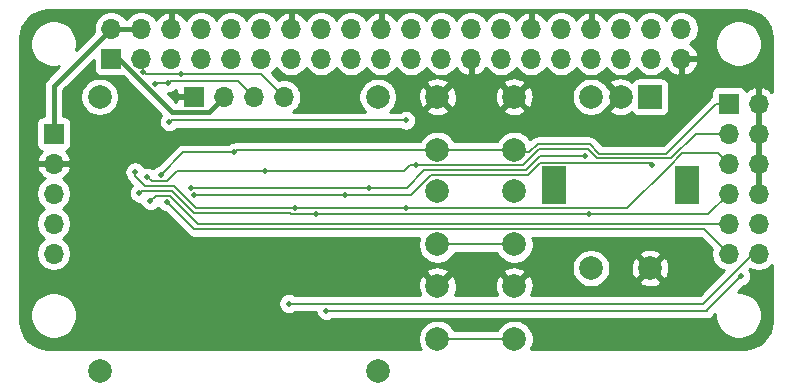
<source format=gtl>
G04 #@! TF.GenerationSoftware,KiCad,Pcbnew,(5.1.12)-1*
G04 #@! TF.CreationDate,2021-12-15T14:48:57-06:00*
G04 #@! TF.ProjectId,ctrl_board,6374726c-5f62-46f6-9172-642e6b696361,rev?*
G04 #@! TF.SameCoordinates,Original*
G04 #@! TF.FileFunction,Copper,L1,Top*
G04 #@! TF.FilePolarity,Positive*
%FSLAX46Y46*%
G04 Gerber Fmt 4.6, Leading zero omitted, Abs format (unit mm)*
G04 Created by KiCad (PCBNEW (5.1.12)-1) date 2021-12-15 14:48:57*
%MOMM*%
%LPD*%
G01*
G04 APERTURE LIST*
G04 #@! TA.AperFunction,ComponentPad*
%ADD10C,2.000000*%
G04 #@! TD*
G04 #@! TA.AperFunction,ComponentPad*
%ADD11R,1.700000X1.700000*%
G04 #@! TD*
G04 #@! TA.AperFunction,ComponentPad*
%ADD12O,1.700000X1.700000*%
G04 #@! TD*
G04 #@! TA.AperFunction,ComponentPad*
%ADD13R,2.000000X2.000000*%
G04 #@! TD*
G04 #@! TA.AperFunction,ComponentPad*
%ADD14R,2.000000X3.200000*%
G04 #@! TD*
G04 #@! TA.AperFunction,ViaPad*
%ADD15C,0.500000*%
G04 #@! TD*
G04 #@! TA.AperFunction,Conductor*
%ADD16C,0.400000*%
G04 #@! TD*
G04 #@! TA.AperFunction,Conductor*
%ADD17C,0.200000*%
G04 #@! TD*
G04 #@! TA.AperFunction,Conductor*
%ADD18C,0.254000*%
G04 #@! TD*
G04 #@! TA.AperFunction,Conductor*
%ADD19C,0.150000*%
G04 #@! TD*
G04 APERTURE END LIST*
D10*
X207390000Y-125200000D03*
X230940000Y-125200000D03*
X207390000Y-102000000D03*
X230940000Y-102000000D03*
D11*
X215380000Y-102000000D03*
D12*
X217920000Y-102000000D03*
X220460000Y-102000000D03*
X223000000Y-102000000D03*
X263182500Y-115265500D03*
X260642500Y-115265500D03*
X263182500Y-112725500D03*
X260642500Y-112725500D03*
X263182500Y-110185500D03*
X260642500Y-110185500D03*
X263182500Y-107645500D03*
X260642500Y-107645500D03*
X263182500Y-105105500D03*
X260642500Y-105105500D03*
X263182500Y-102565500D03*
D11*
X260642500Y-102565500D03*
D13*
X254000000Y-102000000D03*
D10*
X251500000Y-102000000D03*
X249000000Y-102000000D03*
D14*
X257100000Y-109500000D03*
X245900000Y-109500000D03*
D10*
X254000000Y-116500000D03*
X249000000Y-116500000D03*
X242500000Y-118000000D03*
X242500000Y-122500000D03*
X236000000Y-118000000D03*
X236000000Y-122500000D03*
X242500000Y-110000000D03*
X242500000Y-114500000D03*
X236000000Y-110000000D03*
X236000000Y-114500000D03*
X242500000Y-102000000D03*
X242500000Y-106500000D03*
X236000000Y-102000000D03*
X236000000Y-106500000D03*
D12*
X203500000Y-115270000D03*
X203500000Y-112730000D03*
X203500000Y-110190000D03*
X203500000Y-107650000D03*
D11*
X203500000Y-105110000D03*
D12*
X256630000Y-96230000D03*
X256630000Y-98770000D03*
X254090000Y-96230000D03*
X254090000Y-98770000D03*
X251550000Y-96230000D03*
X251550000Y-98770000D03*
X249010000Y-96230000D03*
X249010000Y-98770000D03*
X246470000Y-96230000D03*
X246470000Y-98770000D03*
X243930000Y-96230000D03*
X243930000Y-98770000D03*
X241390000Y-96230000D03*
X241390000Y-98770000D03*
X238850000Y-96230000D03*
X238850000Y-98770000D03*
X236310000Y-96230000D03*
X236310000Y-98770000D03*
X233770000Y-96230000D03*
X233770000Y-98770000D03*
X231230000Y-96230000D03*
X231230000Y-98770000D03*
X228690000Y-96230000D03*
X228690000Y-98770000D03*
X226150000Y-96230000D03*
X226150000Y-98770000D03*
X223610000Y-96230000D03*
X223610000Y-98770000D03*
X221070000Y-96230000D03*
X221070000Y-98770000D03*
X218530000Y-96230000D03*
X218530000Y-98770000D03*
X215990000Y-96230000D03*
X215990000Y-98770000D03*
X213450000Y-96230000D03*
X213450000Y-98770000D03*
X210910000Y-96230000D03*
X210910000Y-98770000D03*
X208370000Y-96230000D03*
D11*
X208370000Y-98770000D03*
D15*
X217300000Y-120500000D03*
X217300000Y-117700000D03*
X210700000Y-111400000D03*
X214300000Y-100100000D03*
X211083261Y-99874010D03*
X213200000Y-100800000D03*
X212118657Y-100909405D03*
X212549990Y-108612424D03*
X218799978Y-106699978D03*
X211440325Y-108797989D03*
X221399989Y-108300011D03*
X234200001Y-107800001D03*
X210374065Y-108344278D03*
X223900001Y-111400001D03*
X233299999Y-111400001D03*
X215100000Y-109700000D03*
X248500000Y-107000000D03*
X230200000Y-109700000D03*
X254200000Y-107800000D03*
X215413055Y-110326110D03*
X228173890Y-110326110D03*
X210753228Y-110155099D03*
X225750002Y-111950002D03*
X248849998Y-111950002D03*
X233300000Y-104000000D03*
X213300000Y-104100000D03*
X223400000Y-119500000D03*
X213109700Y-110912468D03*
X261700000Y-117200000D03*
X226600000Y-120100000D03*
X211700000Y-110800000D03*
D16*
X213539999Y-103250001D02*
X216669999Y-103250001D01*
X209059998Y-98770000D02*
X213539999Y-103250001D01*
X216669999Y-103250001D02*
X217920000Y-102000000D01*
X208370000Y-98770000D02*
X209059998Y-98770000D01*
X203500000Y-101100000D02*
X203500000Y-105110000D01*
X208370000Y-96230000D02*
X203500000Y-101100000D01*
X210910000Y-96230000D02*
X208370000Y-96230000D01*
D17*
X210845396Y-98770000D02*
X210910000Y-98770000D01*
X221089272Y-100089272D02*
X214300000Y-100100000D01*
X223000000Y-102000000D02*
X221089272Y-100089272D01*
X211309251Y-100100000D02*
X211083261Y-99874010D01*
X214300000Y-100100000D02*
X211309251Y-100100000D01*
X220460000Y-102000000D02*
X219110001Y-100650001D01*
X213200000Y-100800000D02*
X213349999Y-100650001D01*
X213550001Y-100650001D02*
X213360717Y-100650001D01*
X213349999Y-100650001D02*
X213550001Y-100650001D01*
X219110001Y-100650001D02*
X213550001Y-100650001D01*
X213200000Y-100800000D02*
X212228062Y-100800000D01*
X212228062Y-100800000D02*
X212118657Y-100909405D01*
X249679681Y-106799977D02*
X248879682Y-105999978D01*
X214462436Y-106699978D02*
X212549990Y-108612424D01*
X260642500Y-102565500D02*
X259592500Y-102565500D01*
X259592500Y-102565500D02*
X255358023Y-106799977D01*
X248879682Y-105999978D02*
X244468622Y-105999978D01*
X244468622Y-105999978D02*
X243768622Y-106699978D01*
X255358023Y-106799977D02*
X249679681Y-106799977D01*
X218799978Y-106699978D02*
X214462436Y-106699978D01*
X242699978Y-106699978D02*
X242500000Y-106500000D01*
X243768622Y-106699978D02*
X242699978Y-106699978D01*
X236000000Y-106500000D02*
X242500000Y-106500000D01*
X218999956Y-106500000D02*
X218799978Y-106699978D01*
X236000000Y-106500000D02*
X218999956Y-106500000D01*
X213929884Y-108300011D02*
X213067461Y-109162434D01*
X243234299Y-107800001D02*
X242465701Y-107800001D01*
X248713993Y-106399989D02*
X244634311Y-106399989D01*
X244634311Y-106399989D02*
X243234299Y-107800001D01*
X249513992Y-107199988D02*
X248713993Y-106399989D01*
X211804770Y-109162434D02*
X211440325Y-108797989D01*
X242465689Y-107799989D02*
X237734311Y-107799989D01*
X260642500Y-105105500D02*
X257860200Y-105105500D01*
X242465701Y-107800001D02*
X242465689Y-107799989D01*
X237734311Y-107799989D02*
X237734299Y-107800001D01*
X255765712Y-107199988D02*
X249513992Y-107199988D01*
X233634299Y-107800001D02*
X233134289Y-108300011D01*
X257860200Y-105105500D02*
X255765712Y-107199988D01*
X213067461Y-109162434D02*
X211804770Y-109162434D01*
X221399989Y-108300011D02*
X213929884Y-108300011D01*
X233134289Y-108300011D02*
X221399989Y-108300011D01*
X236000000Y-114500000D02*
X242500000Y-114500000D01*
X234200001Y-107800001D02*
X233634299Y-107800001D01*
X237734299Y-107800001D02*
X234200001Y-107800001D01*
X210374065Y-108697831D02*
X210374065Y-108344278D01*
X256735899Y-106795501D02*
X255631377Y-107900023D01*
X255631377Y-107900023D02*
X255559975Y-107900023D01*
X260642500Y-107645500D02*
X259792501Y-106795501D01*
X259792501Y-106795501D02*
X256735899Y-106795501D01*
X255559975Y-107900023D02*
X252059997Y-111400001D01*
X215542635Y-111400001D02*
X213705079Y-109562445D01*
X213705079Y-109562445D02*
X211238679Y-109562445D01*
X211238679Y-109562445D02*
X210374065Y-108697831D01*
X223900001Y-111400001D02*
X215542635Y-111400001D01*
X233299999Y-111400001D02*
X223900001Y-111400001D01*
X252059997Y-111400001D02*
X233299999Y-111400001D01*
X242500000Y-122500000D02*
X236000000Y-122500000D01*
X233400000Y-109700000D02*
X234899988Y-108200012D01*
X234899988Y-108200012D02*
X237899988Y-108200012D01*
X241710310Y-108200012D02*
X243499988Y-108200012D01*
X237899988Y-108200012D02*
X237900000Y-108200000D01*
X241710298Y-108200000D02*
X241710310Y-108200012D01*
X237900000Y-108200000D02*
X241710298Y-108200000D01*
X243499988Y-108200012D02*
X244700000Y-107000000D01*
X244700000Y-107000000D02*
X248500000Y-107000000D01*
X230200000Y-109700000D02*
X233400000Y-109700000D01*
X215100000Y-109700000D02*
X230200000Y-109700000D01*
X253999999Y-107599999D02*
X244665701Y-107599999D01*
X254200000Y-107800000D02*
X253999999Y-107599999D01*
X243665677Y-108600023D02*
X235475975Y-108600023D01*
X235475975Y-108600023D02*
X233749888Y-110326110D01*
X244665701Y-107599999D02*
X243665677Y-108600023D01*
X228173890Y-110326110D02*
X215413055Y-110326110D01*
X233749888Y-110326110D02*
X228173890Y-110326110D01*
X213539390Y-109962456D02*
X210945871Y-109962456D01*
X223486010Y-111800012D02*
X215376946Y-111800012D01*
X215376946Y-111800012D02*
X213539390Y-109962456D01*
X260642500Y-110185500D02*
X258877998Y-111950002D01*
X223636000Y-111950002D02*
X223486010Y-111800012D01*
X210945871Y-109962456D02*
X210753228Y-110155099D01*
X225750002Y-111950002D02*
X223636000Y-111950002D01*
X248849998Y-111950002D02*
X225750002Y-111950002D01*
X258877998Y-111950002D02*
X248849998Y-111950002D01*
X233300000Y-104000000D02*
X213400000Y-104000000D01*
X213400000Y-104000000D02*
X213300000Y-104100000D01*
X223400000Y-119500000D02*
X258500000Y-119500000D01*
X262734500Y-115265500D02*
X263182500Y-115265500D01*
X258500000Y-119500000D02*
X262734500Y-115265500D01*
X215397231Y-113199999D02*
X213109700Y-110912468D01*
X260642500Y-115265500D02*
X258576999Y-113199999D01*
X258576999Y-113199999D02*
X215397231Y-113199999D01*
X261700000Y-117200000D02*
X258849990Y-120050010D01*
X258800000Y-120100000D02*
X258849990Y-120050010D01*
X226600000Y-120100000D02*
X258800000Y-120100000D01*
X215736734Y-112725500D02*
X213373701Y-110362467D01*
X260642500Y-112725500D02*
X215736734Y-112725500D01*
X213373701Y-110362467D02*
X212137533Y-110362467D01*
X212137533Y-110362467D02*
X211700000Y-110800000D01*
D18*
X262449016Y-94732312D02*
X262880930Y-94862714D01*
X263279285Y-95074524D01*
X263628914Y-95359675D01*
X263916497Y-95707303D01*
X264131086Y-96104177D01*
X264264498Y-96535161D01*
X264315001Y-97015663D01*
X264315001Y-101612038D01*
X264280088Y-101565231D01*
X264063855Y-101370322D01*
X263813752Y-101221343D01*
X263539391Y-101124019D01*
X263309500Y-101244686D01*
X263309500Y-102438500D01*
X263329500Y-102438500D01*
X263329500Y-102692500D01*
X263309500Y-102692500D01*
X263309500Y-104978500D01*
X263329500Y-104978500D01*
X263329500Y-105232500D01*
X263309500Y-105232500D01*
X263309500Y-107518500D01*
X263329500Y-107518500D01*
X263329500Y-107772500D01*
X263309500Y-107772500D01*
X263309500Y-110058500D01*
X263329500Y-110058500D01*
X263329500Y-110312500D01*
X263309500Y-110312500D01*
X263309500Y-110332500D01*
X263055500Y-110332500D01*
X263055500Y-110312500D01*
X263035500Y-110312500D01*
X263035500Y-110058500D01*
X263055500Y-110058500D01*
X263055500Y-107772500D01*
X263035500Y-107772500D01*
X263035500Y-107518500D01*
X263055500Y-107518500D01*
X263055500Y-105232500D01*
X263035500Y-105232500D01*
X263035500Y-104978500D01*
X263055500Y-104978500D01*
X263055500Y-102692500D01*
X263035500Y-102692500D01*
X263035500Y-102438500D01*
X263055500Y-102438500D01*
X263055500Y-101244686D01*
X262825609Y-101124019D01*
X262551248Y-101221343D01*
X262301145Y-101370322D01*
X262104998Y-101547126D01*
X262082002Y-101471320D01*
X262023037Y-101361006D01*
X261943685Y-101264315D01*
X261846994Y-101184963D01*
X261736680Y-101125998D01*
X261616982Y-101089688D01*
X261492500Y-101077428D01*
X259792500Y-101077428D01*
X259668018Y-101089688D01*
X259548320Y-101125998D01*
X259438006Y-101184963D01*
X259341315Y-101264315D01*
X259261963Y-101361006D01*
X259202998Y-101471320D01*
X259166688Y-101591018D01*
X259154428Y-101715500D01*
X259154428Y-101974189D01*
X259070262Y-102043262D01*
X259047246Y-102071307D01*
X255053577Y-106064977D01*
X249984128Y-106064977D01*
X249424940Y-105505790D01*
X249401920Y-105477740D01*
X249290002Y-105385891D01*
X249162315Y-105317641D01*
X249023767Y-105275613D01*
X248915787Y-105264978D01*
X248879682Y-105261422D01*
X248843577Y-105264978D01*
X244504716Y-105264978D01*
X244468621Y-105261423D01*
X244432526Y-105264978D01*
X244432517Y-105264978D01*
X244324537Y-105275613D01*
X244185989Y-105317641D01*
X244058302Y-105385891D01*
X243946384Y-105477740D01*
X243923368Y-105505785D01*
X243850664Y-105578489D01*
X243769987Y-105457748D01*
X243542252Y-105230013D01*
X243274463Y-105051082D01*
X242976912Y-104927832D01*
X242661033Y-104865000D01*
X242338967Y-104865000D01*
X242023088Y-104927832D01*
X241725537Y-105051082D01*
X241457748Y-105230013D01*
X241230013Y-105457748D01*
X241051082Y-105725537D01*
X241034736Y-105765000D01*
X237465264Y-105765000D01*
X237448918Y-105725537D01*
X237269987Y-105457748D01*
X237042252Y-105230013D01*
X236774463Y-105051082D01*
X236476912Y-104927832D01*
X236161033Y-104865000D01*
X235838967Y-104865000D01*
X235523088Y-104927832D01*
X235225537Y-105051082D01*
X234957748Y-105230013D01*
X234730013Y-105457748D01*
X234551082Y-105725537D01*
X234534736Y-105765000D01*
X219036061Y-105765000D01*
X218999956Y-105761444D01*
X218963851Y-105765000D01*
X218855871Y-105775635D01*
X218726174Y-105814978D01*
X218712813Y-105814978D01*
X218541833Y-105848988D01*
X218380773Y-105915701D01*
X218307025Y-105964978D01*
X214498540Y-105964978D01*
X214462435Y-105961422D01*
X214318350Y-105975613D01*
X214311263Y-105977763D01*
X214179803Y-106017641D01*
X214052116Y-106085891D01*
X213940198Y-106177740D01*
X213917182Y-106205785D01*
X212378838Y-107744130D01*
X212291845Y-107761434D01*
X212130785Y-107828147D01*
X211985835Y-107925000D01*
X211882065Y-108028770D01*
X211859530Y-108013712D01*
X211698470Y-107946999D01*
X211527490Y-107912989D01*
X211353160Y-107912989D01*
X211182180Y-107946999D01*
X211169585Y-107952216D01*
X211158342Y-107925073D01*
X211061489Y-107780123D01*
X210938220Y-107656854D01*
X210793270Y-107560001D01*
X210632210Y-107493288D01*
X210461230Y-107459278D01*
X210286900Y-107459278D01*
X210115920Y-107493288D01*
X209954860Y-107560001D01*
X209809910Y-107656854D01*
X209686641Y-107780123D01*
X209589788Y-107925073D01*
X209523075Y-108086133D01*
X209489065Y-108257113D01*
X209489065Y-108431443D01*
X209523075Y-108602423D01*
X209589788Y-108763483D01*
X209655940Y-108862486D01*
X209691728Y-108980463D01*
X209759978Y-109108150D01*
X209851827Y-109220068D01*
X209879873Y-109243085D01*
X210146768Y-109509980D01*
X210065804Y-109590944D01*
X209968951Y-109735894D01*
X209902238Y-109896954D01*
X209868228Y-110067934D01*
X209868228Y-110242264D01*
X209902238Y-110413244D01*
X209968951Y-110574304D01*
X210065804Y-110719254D01*
X210189073Y-110842523D01*
X210334023Y-110939376D01*
X210495083Y-111006089D01*
X210666063Y-111040099D01*
X210840393Y-111040099D01*
X210845229Y-111039137D01*
X210849010Y-111058145D01*
X210915723Y-111219205D01*
X211012576Y-111364155D01*
X211135845Y-111487424D01*
X211280795Y-111584277D01*
X211441855Y-111650990D01*
X211612835Y-111685000D01*
X211787165Y-111685000D01*
X211958145Y-111650990D01*
X212119205Y-111584277D01*
X212264155Y-111487424D01*
X212363268Y-111388311D01*
X212422276Y-111476623D01*
X212545545Y-111599892D01*
X212690495Y-111696745D01*
X212851555Y-111763458D01*
X212938548Y-111780762D01*
X214851977Y-113694192D01*
X214874993Y-113722237D01*
X214986911Y-113814086D01*
X215114598Y-113882336D01*
X215253146Y-113924364D01*
X215361126Y-113934999D01*
X215361135Y-113934999D01*
X215397230Y-113938554D01*
X215433325Y-113934999D01*
X234464320Y-113934999D01*
X234427832Y-114023088D01*
X234365000Y-114338967D01*
X234365000Y-114661033D01*
X234427832Y-114976912D01*
X234551082Y-115274463D01*
X234730013Y-115542252D01*
X234957748Y-115769987D01*
X235225537Y-115948918D01*
X235523088Y-116072168D01*
X235838967Y-116135000D01*
X236161033Y-116135000D01*
X236476912Y-116072168D01*
X236774463Y-115948918D01*
X237042252Y-115769987D01*
X237269987Y-115542252D01*
X237448918Y-115274463D01*
X237465264Y-115235000D01*
X241034736Y-115235000D01*
X241051082Y-115274463D01*
X241230013Y-115542252D01*
X241457748Y-115769987D01*
X241725537Y-115948918D01*
X242023088Y-116072168D01*
X242338967Y-116135000D01*
X242661033Y-116135000D01*
X242976912Y-116072168D01*
X243274463Y-115948918D01*
X243542252Y-115769987D01*
X243769987Y-115542252D01*
X243948918Y-115274463D01*
X244072168Y-114976912D01*
X244135000Y-114661033D01*
X244135000Y-114338967D01*
X244072168Y-114023088D01*
X244035680Y-113934999D01*
X258272553Y-113934999D01*
X259207156Y-114869603D01*
X259157500Y-115119240D01*
X259157500Y-115411760D01*
X259214568Y-115698658D01*
X259326510Y-115968911D01*
X259489025Y-116212132D01*
X259695868Y-116418975D01*
X259939089Y-116581490D01*
X260209342Y-116693432D01*
X260257535Y-116703018D01*
X258195554Y-118765000D01*
X243946050Y-118765000D01*
X244040704Y-118570429D01*
X244122384Y-118258892D01*
X244141718Y-117937405D01*
X244097961Y-117618325D01*
X243992795Y-117313912D01*
X243899814Y-117139956D01*
X243635413Y-117044192D01*
X242679605Y-118000000D01*
X242693748Y-118014143D01*
X242514143Y-118193748D01*
X242500000Y-118179605D01*
X242485858Y-118193748D01*
X242306253Y-118014143D01*
X242320395Y-118000000D01*
X241364587Y-117044192D01*
X241100186Y-117139956D01*
X240959296Y-117429571D01*
X240877616Y-117741108D01*
X240858282Y-118062595D01*
X240902039Y-118381675D01*
X241007205Y-118686088D01*
X241049384Y-118765000D01*
X237446050Y-118765000D01*
X237540704Y-118570429D01*
X237622384Y-118258892D01*
X237641718Y-117937405D01*
X237597961Y-117618325D01*
X237492795Y-117313912D01*
X237399814Y-117139956D01*
X237135413Y-117044192D01*
X236179605Y-118000000D01*
X236193748Y-118014143D01*
X236014143Y-118193748D01*
X236000000Y-118179605D01*
X235985858Y-118193748D01*
X235806253Y-118014143D01*
X235820395Y-118000000D01*
X234864587Y-117044192D01*
X234600186Y-117139956D01*
X234459296Y-117429571D01*
X234377616Y-117741108D01*
X234358282Y-118062595D01*
X234402039Y-118381675D01*
X234507205Y-118686088D01*
X234549384Y-118765000D01*
X223892953Y-118765000D01*
X223819205Y-118715723D01*
X223658145Y-118649010D01*
X223487165Y-118615000D01*
X223312835Y-118615000D01*
X223141855Y-118649010D01*
X222980795Y-118715723D01*
X222835845Y-118812576D01*
X222712576Y-118935845D01*
X222615723Y-119080795D01*
X222549010Y-119241855D01*
X222515000Y-119412835D01*
X222515000Y-119587165D01*
X222549010Y-119758145D01*
X222615723Y-119919205D01*
X222712576Y-120064155D01*
X222835845Y-120187424D01*
X222980795Y-120284277D01*
X223141855Y-120350990D01*
X223312835Y-120385000D01*
X223487165Y-120385000D01*
X223658145Y-120350990D01*
X223819205Y-120284277D01*
X223892953Y-120235000D01*
X225724515Y-120235000D01*
X225749010Y-120358145D01*
X225815723Y-120519205D01*
X225912576Y-120664155D01*
X226035845Y-120787424D01*
X226180795Y-120884277D01*
X226341855Y-120950990D01*
X226512835Y-120985000D01*
X226687165Y-120985000D01*
X226858145Y-120950990D01*
X227019205Y-120884277D01*
X227092953Y-120835000D01*
X258763895Y-120835000D01*
X258800000Y-120838556D01*
X258836105Y-120835000D01*
X258944085Y-120824365D01*
X259082633Y-120782337D01*
X259210320Y-120714087D01*
X259322238Y-120622238D01*
X259345259Y-120594187D01*
X259515000Y-120424446D01*
X259515000Y-120695505D01*
X259591282Y-121079003D01*
X259740915Y-121440250D01*
X259958149Y-121765364D01*
X260234636Y-122041851D01*
X260559750Y-122259085D01*
X260920997Y-122408718D01*
X261304495Y-122485000D01*
X261695505Y-122485000D01*
X262079003Y-122408718D01*
X262440250Y-122259085D01*
X262765364Y-122041851D01*
X263041851Y-121765364D01*
X263259085Y-121440250D01*
X263408718Y-121079003D01*
X263485000Y-120695505D01*
X263485000Y-120304495D01*
X263408718Y-119920997D01*
X263259085Y-119559750D01*
X263041851Y-119234636D01*
X262765364Y-118958149D01*
X262440250Y-118740915D01*
X262079003Y-118591282D01*
X261695505Y-118515000D01*
X261424447Y-118515000D01*
X261871153Y-118068294D01*
X261958145Y-118050990D01*
X262119205Y-117984277D01*
X262264155Y-117887424D01*
X262387424Y-117764155D01*
X262484277Y-117619205D01*
X262550990Y-117458145D01*
X262585000Y-117287165D01*
X262585000Y-117112835D01*
X262550990Y-116941855D01*
X262484277Y-116780795D01*
X262393904Y-116645543D01*
X262466421Y-116573026D01*
X262479089Y-116581490D01*
X262749342Y-116693432D01*
X263036240Y-116750500D01*
X263328760Y-116750500D01*
X263615658Y-116693432D01*
X263885911Y-116581490D01*
X264129132Y-116418975D01*
X264315000Y-116233107D01*
X264315000Y-120966495D01*
X264267688Y-121449016D01*
X264137287Y-121880927D01*
X263925480Y-122279280D01*
X263640325Y-122628914D01*
X263292697Y-122916497D01*
X262895825Y-123131085D01*
X262464834Y-123264500D01*
X261984346Y-123315000D01*
X243921832Y-123315000D01*
X243948918Y-123274463D01*
X244072168Y-122976912D01*
X244135000Y-122661033D01*
X244135000Y-122338967D01*
X244072168Y-122023088D01*
X243948918Y-121725537D01*
X243769987Y-121457748D01*
X243542252Y-121230013D01*
X243274463Y-121051082D01*
X242976912Y-120927832D01*
X242661033Y-120865000D01*
X242338967Y-120865000D01*
X242023088Y-120927832D01*
X241725537Y-121051082D01*
X241457748Y-121230013D01*
X241230013Y-121457748D01*
X241051082Y-121725537D01*
X241034736Y-121765000D01*
X237465264Y-121765000D01*
X237448918Y-121725537D01*
X237269987Y-121457748D01*
X237042252Y-121230013D01*
X236774463Y-121051082D01*
X236476912Y-120927832D01*
X236161033Y-120865000D01*
X235838967Y-120865000D01*
X235523088Y-120927832D01*
X235225537Y-121051082D01*
X234957748Y-121230013D01*
X234730013Y-121457748D01*
X234551082Y-121725537D01*
X234427832Y-122023088D01*
X234365000Y-122338967D01*
X234365000Y-122661033D01*
X234427832Y-122976912D01*
X234551082Y-123274463D01*
X234578168Y-123315000D01*
X233033647Y-123315000D01*
X233000000Y-123311686D01*
X232966353Y-123315000D01*
X232865717Y-123324912D01*
X232783013Y-123350000D01*
X228576123Y-123350000D01*
X228534195Y-123341698D01*
X228473471Y-123328791D01*
X228463959Y-123327791D01*
X228366841Y-123318269D01*
X228366837Y-123318269D01*
X228333647Y-123315000D01*
X209966353Y-123315000D01*
X209932665Y-123318318D01*
X209926178Y-123318318D01*
X209916666Y-123319318D01*
X209874539Y-123324043D01*
X209865717Y-123324912D01*
X209865086Y-123325103D01*
X209819691Y-123330195D01*
X209758988Y-123343098D01*
X209724128Y-123350000D01*
X205716987Y-123350000D01*
X205634283Y-123324912D01*
X205533647Y-123315000D01*
X205500000Y-123311686D01*
X205466353Y-123315000D01*
X203033504Y-123315000D01*
X202550984Y-123267688D01*
X202119073Y-123137287D01*
X201720720Y-122925480D01*
X201371086Y-122640325D01*
X201083503Y-122292697D01*
X200868915Y-121895825D01*
X200735500Y-121464834D01*
X200685000Y-120984346D01*
X200685000Y-120304495D01*
X201515000Y-120304495D01*
X201515000Y-120695505D01*
X201591282Y-121079003D01*
X201740915Y-121440250D01*
X201958149Y-121765364D01*
X202234636Y-122041851D01*
X202559750Y-122259085D01*
X202920997Y-122408718D01*
X203304495Y-122485000D01*
X203695505Y-122485000D01*
X204079003Y-122408718D01*
X204440250Y-122259085D01*
X204765364Y-122041851D01*
X205041851Y-121765364D01*
X205259085Y-121440250D01*
X205408718Y-121079003D01*
X205485000Y-120695505D01*
X205485000Y-120304495D01*
X205408718Y-119920997D01*
X205259085Y-119559750D01*
X205041851Y-119234636D01*
X204765364Y-118958149D01*
X204440250Y-118740915D01*
X204079003Y-118591282D01*
X203695505Y-118515000D01*
X203304495Y-118515000D01*
X202920997Y-118591282D01*
X202559750Y-118740915D01*
X202234636Y-118958149D01*
X201958149Y-119234636D01*
X201740915Y-119559750D01*
X201591282Y-119920997D01*
X201515000Y-120304495D01*
X200685000Y-120304495D01*
X200685000Y-116864587D01*
X235044192Y-116864587D01*
X236000000Y-117820395D01*
X236955808Y-116864587D01*
X241544192Y-116864587D01*
X242500000Y-117820395D01*
X243455808Y-116864587D01*
X243360044Y-116600186D01*
X243070429Y-116459296D01*
X242758892Y-116377616D01*
X242437405Y-116358282D01*
X242118325Y-116402039D01*
X241813912Y-116507205D01*
X241639956Y-116600186D01*
X241544192Y-116864587D01*
X236955808Y-116864587D01*
X236860044Y-116600186D01*
X236570429Y-116459296D01*
X236258892Y-116377616D01*
X235937405Y-116358282D01*
X235618325Y-116402039D01*
X235313912Y-116507205D01*
X235139956Y-116600186D01*
X235044192Y-116864587D01*
X200685000Y-116864587D01*
X200685000Y-110043740D01*
X202015000Y-110043740D01*
X202015000Y-110336260D01*
X202072068Y-110623158D01*
X202184010Y-110893411D01*
X202346525Y-111136632D01*
X202553368Y-111343475D01*
X202727760Y-111460000D01*
X202553368Y-111576525D01*
X202346525Y-111783368D01*
X202184010Y-112026589D01*
X202072068Y-112296842D01*
X202015000Y-112583740D01*
X202015000Y-112876260D01*
X202072068Y-113163158D01*
X202184010Y-113433411D01*
X202346525Y-113676632D01*
X202553368Y-113883475D01*
X202727760Y-114000000D01*
X202553368Y-114116525D01*
X202346525Y-114323368D01*
X202184010Y-114566589D01*
X202072068Y-114836842D01*
X202015000Y-115123740D01*
X202015000Y-115416260D01*
X202072068Y-115703158D01*
X202184010Y-115973411D01*
X202346525Y-116216632D01*
X202553368Y-116423475D01*
X202796589Y-116585990D01*
X203066842Y-116697932D01*
X203353740Y-116755000D01*
X203646260Y-116755000D01*
X203933158Y-116697932D01*
X204203411Y-116585990D01*
X204446632Y-116423475D01*
X204531140Y-116338967D01*
X247365000Y-116338967D01*
X247365000Y-116661033D01*
X247427832Y-116976912D01*
X247551082Y-117274463D01*
X247730013Y-117542252D01*
X247957748Y-117769987D01*
X248225537Y-117948918D01*
X248523088Y-118072168D01*
X248838967Y-118135000D01*
X249161033Y-118135000D01*
X249476912Y-118072168D01*
X249774463Y-117948918D01*
X250042252Y-117769987D01*
X250176826Y-117635413D01*
X253044192Y-117635413D01*
X253139956Y-117899814D01*
X253429571Y-118040704D01*
X253741108Y-118122384D01*
X254062595Y-118141718D01*
X254381675Y-118097961D01*
X254686088Y-117992795D01*
X254860044Y-117899814D01*
X254955808Y-117635413D01*
X254000000Y-116679605D01*
X253044192Y-117635413D01*
X250176826Y-117635413D01*
X250269987Y-117542252D01*
X250448918Y-117274463D01*
X250572168Y-116976912D01*
X250635000Y-116661033D01*
X250635000Y-116562595D01*
X252358282Y-116562595D01*
X252402039Y-116881675D01*
X252507205Y-117186088D01*
X252600186Y-117360044D01*
X252864587Y-117455808D01*
X253820395Y-116500000D01*
X254179605Y-116500000D01*
X255135413Y-117455808D01*
X255399814Y-117360044D01*
X255540704Y-117070429D01*
X255622384Y-116758892D01*
X255641718Y-116437405D01*
X255597961Y-116118325D01*
X255492795Y-115813912D01*
X255399814Y-115639956D01*
X255135413Y-115544192D01*
X254179605Y-116500000D01*
X253820395Y-116500000D01*
X252864587Y-115544192D01*
X252600186Y-115639956D01*
X252459296Y-115929571D01*
X252377616Y-116241108D01*
X252358282Y-116562595D01*
X250635000Y-116562595D01*
X250635000Y-116338967D01*
X250572168Y-116023088D01*
X250448918Y-115725537D01*
X250269987Y-115457748D01*
X250176826Y-115364587D01*
X253044192Y-115364587D01*
X254000000Y-116320395D01*
X254955808Y-115364587D01*
X254860044Y-115100186D01*
X254570429Y-114959296D01*
X254258892Y-114877616D01*
X253937405Y-114858282D01*
X253618325Y-114902039D01*
X253313912Y-115007205D01*
X253139956Y-115100186D01*
X253044192Y-115364587D01*
X250176826Y-115364587D01*
X250042252Y-115230013D01*
X249774463Y-115051082D01*
X249476912Y-114927832D01*
X249161033Y-114865000D01*
X248838967Y-114865000D01*
X248523088Y-114927832D01*
X248225537Y-115051082D01*
X247957748Y-115230013D01*
X247730013Y-115457748D01*
X247551082Y-115725537D01*
X247427832Y-116023088D01*
X247365000Y-116338967D01*
X204531140Y-116338967D01*
X204653475Y-116216632D01*
X204815990Y-115973411D01*
X204927932Y-115703158D01*
X204985000Y-115416260D01*
X204985000Y-115123740D01*
X204927932Y-114836842D01*
X204815990Y-114566589D01*
X204653475Y-114323368D01*
X204446632Y-114116525D01*
X204272240Y-114000000D01*
X204446632Y-113883475D01*
X204653475Y-113676632D01*
X204815990Y-113433411D01*
X204927932Y-113163158D01*
X204985000Y-112876260D01*
X204985000Y-112583740D01*
X204927932Y-112296842D01*
X204815990Y-112026589D01*
X204653475Y-111783368D01*
X204446632Y-111576525D01*
X204272240Y-111460000D01*
X204446632Y-111343475D01*
X204653475Y-111136632D01*
X204815990Y-110893411D01*
X204927932Y-110623158D01*
X204985000Y-110336260D01*
X204985000Y-110043740D01*
X204927932Y-109756842D01*
X204815990Y-109486589D01*
X204653475Y-109243368D01*
X204446632Y-109036525D01*
X204264466Y-108914805D01*
X204381355Y-108845178D01*
X204597588Y-108650269D01*
X204771641Y-108416920D01*
X204896825Y-108154099D01*
X204941476Y-108006890D01*
X204820155Y-107777000D01*
X203627000Y-107777000D01*
X203627000Y-107797000D01*
X203373000Y-107797000D01*
X203373000Y-107777000D01*
X202179845Y-107777000D01*
X202058524Y-108006890D01*
X202103175Y-108154099D01*
X202228359Y-108416920D01*
X202402412Y-108650269D01*
X202618645Y-108845178D01*
X202735534Y-108914805D01*
X202553368Y-109036525D01*
X202346525Y-109243368D01*
X202184010Y-109486589D01*
X202072068Y-109756842D01*
X202015000Y-110043740D01*
X200685000Y-110043740D01*
X200685000Y-97304495D01*
X201515000Y-97304495D01*
X201515000Y-97695505D01*
X201591282Y-98079003D01*
X201740915Y-98440250D01*
X201958149Y-98765364D01*
X202234636Y-99041851D01*
X202559750Y-99259085D01*
X202920997Y-99408718D01*
X203304495Y-99485000D01*
X203695505Y-99485000D01*
X203993384Y-99425749D01*
X202938579Y-100480554D01*
X202906709Y-100506709D01*
X202808177Y-100626772D01*
X202802364Y-100633855D01*
X202724828Y-100778914D01*
X202677082Y-100936312D01*
X202660960Y-101100000D01*
X202665000Y-101141019D01*
X202665001Y-103621928D01*
X202650000Y-103621928D01*
X202525518Y-103634188D01*
X202405820Y-103670498D01*
X202295506Y-103729463D01*
X202198815Y-103808815D01*
X202119463Y-103905506D01*
X202060498Y-104015820D01*
X202024188Y-104135518D01*
X202011928Y-104260000D01*
X202011928Y-105960000D01*
X202024188Y-106084482D01*
X202060498Y-106204180D01*
X202119463Y-106314494D01*
X202198815Y-106411185D01*
X202295506Y-106490537D01*
X202405820Y-106549502D01*
X202486466Y-106573966D01*
X202402412Y-106649731D01*
X202228359Y-106883080D01*
X202103175Y-107145901D01*
X202058524Y-107293110D01*
X202179845Y-107523000D01*
X203373000Y-107523000D01*
X203373000Y-107503000D01*
X203627000Y-107503000D01*
X203627000Y-107523000D01*
X204820155Y-107523000D01*
X204941476Y-107293110D01*
X204896825Y-107145901D01*
X204771641Y-106883080D01*
X204597588Y-106649731D01*
X204513534Y-106573966D01*
X204594180Y-106549502D01*
X204704494Y-106490537D01*
X204801185Y-106411185D01*
X204880537Y-106314494D01*
X204939502Y-106204180D01*
X204975812Y-106084482D01*
X204988072Y-105960000D01*
X204988072Y-104260000D01*
X204975812Y-104135518D01*
X204939502Y-104015820D01*
X204880537Y-103905506D01*
X204801185Y-103808815D01*
X204704494Y-103729463D01*
X204594180Y-103670498D01*
X204474482Y-103634188D01*
X204350000Y-103621928D01*
X204335000Y-103621928D01*
X204335000Y-101838967D01*
X205755000Y-101838967D01*
X205755000Y-102161033D01*
X205817832Y-102476912D01*
X205941082Y-102774463D01*
X206120013Y-103042252D01*
X206347748Y-103269987D01*
X206615537Y-103448918D01*
X206913088Y-103572168D01*
X207228967Y-103635000D01*
X207551033Y-103635000D01*
X207866912Y-103572168D01*
X208164463Y-103448918D01*
X208432252Y-103269987D01*
X208659987Y-103042252D01*
X208838918Y-102774463D01*
X208962168Y-102476912D01*
X209025000Y-102161033D01*
X209025000Y-101838967D01*
X208962168Y-101523088D01*
X208838918Y-101225537D01*
X208659987Y-100957748D01*
X208432252Y-100730013D01*
X208164463Y-100551082D01*
X207866912Y-100427832D01*
X207551033Y-100365000D01*
X207228967Y-100365000D01*
X206913088Y-100427832D01*
X206615537Y-100551082D01*
X206347748Y-100730013D01*
X206120013Y-100957748D01*
X205941082Y-101225537D01*
X205817832Y-101523088D01*
X205755000Y-101838967D01*
X204335000Y-101838967D01*
X204335000Y-101445867D01*
X206881928Y-98898940D01*
X206881928Y-99620000D01*
X206894188Y-99744482D01*
X206930498Y-99864180D01*
X206989463Y-99974494D01*
X207068815Y-100071185D01*
X207165506Y-100150537D01*
X207275820Y-100209502D01*
X207395518Y-100245812D01*
X207520000Y-100258072D01*
X209220000Y-100258072D01*
X209344482Y-100245812D01*
X209352508Y-100243377D01*
X212628776Y-103519645D01*
X212612576Y-103535845D01*
X212515723Y-103680795D01*
X212449010Y-103841855D01*
X212415000Y-104012835D01*
X212415000Y-104187165D01*
X212449010Y-104358145D01*
X212515723Y-104519205D01*
X212612576Y-104664155D01*
X212735845Y-104787424D01*
X212880795Y-104884277D01*
X213041855Y-104950990D01*
X213212835Y-104985000D01*
X213387165Y-104985000D01*
X213558145Y-104950990D01*
X213719205Y-104884277D01*
X213864155Y-104787424D01*
X213916579Y-104735000D01*
X232807047Y-104735000D01*
X232880795Y-104784277D01*
X233041855Y-104850990D01*
X233212835Y-104885000D01*
X233387165Y-104885000D01*
X233558145Y-104850990D01*
X233719205Y-104784277D01*
X233864155Y-104687424D01*
X233987424Y-104564155D01*
X234084277Y-104419205D01*
X234150990Y-104258145D01*
X234185000Y-104087165D01*
X234185000Y-103912835D01*
X234150990Y-103741855D01*
X234084277Y-103580795D01*
X233987424Y-103435845D01*
X233864155Y-103312576D01*
X233719205Y-103215723D01*
X233558145Y-103149010D01*
X233489789Y-103135413D01*
X235044192Y-103135413D01*
X235139956Y-103399814D01*
X235429571Y-103540704D01*
X235741108Y-103622384D01*
X236062595Y-103641718D01*
X236381675Y-103597961D01*
X236686088Y-103492795D01*
X236860044Y-103399814D01*
X236955808Y-103135413D01*
X241544192Y-103135413D01*
X241639956Y-103399814D01*
X241929571Y-103540704D01*
X242241108Y-103622384D01*
X242562595Y-103641718D01*
X242881675Y-103597961D01*
X243186088Y-103492795D01*
X243360044Y-103399814D01*
X243455808Y-103135413D01*
X242500000Y-102179605D01*
X241544192Y-103135413D01*
X236955808Y-103135413D01*
X236000000Y-102179605D01*
X235044192Y-103135413D01*
X233489789Y-103135413D01*
X233387165Y-103115000D01*
X233212835Y-103115000D01*
X233041855Y-103149010D01*
X232880795Y-103215723D01*
X232807047Y-103265000D01*
X231987239Y-103265000D01*
X232209987Y-103042252D01*
X232388918Y-102774463D01*
X232512168Y-102476912D01*
X232575000Y-102161033D01*
X232575000Y-102062595D01*
X234358282Y-102062595D01*
X234402039Y-102381675D01*
X234507205Y-102686088D01*
X234600186Y-102860044D01*
X234864587Y-102955808D01*
X235820395Y-102000000D01*
X236179605Y-102000000D01*
X237135413Y-102955808D01*
X237399814Y-102860044D01*
X237540704Y-102570429D01*
X237622384Y-102258892D01*
X237634189Y-102062595D01*
X240858282Y-102062595D01*
X240902039Y-102381675D01*
X241007205Y-102686088D01*
X241100186Y-102860044D01*
X241364587Y-102955808D01*
X242320395Y-102000000D01*
X242679605Y-102000000D01*
X243635413Y-102955808D01*
X243899814Y-102860044D01*
X244040704Y-102570429D01*
X244122384Y-102258892D01*
X244141718Y-101937405D01*
X244128219Y-101838967D01*
X247365000Y-101838967D01*
X247365000Y-102161033D01*
X247427832Y-102476912D01*
X247551082Y-102774463D01*
X247730013Y-103042252D01*
X247957748Y-103269987D01*
X248225537Y-103448918D01*
X248523088Y-103572168D01*
X248838967Y-103635000D01*
X249161033Y-103635000D01*
X249476912Y-103572168D01*
X249774463Y-103448918D01*
X250042252Y-103269987D01*
X250269987Y-103042252D01*
X250334925Y-102945065D01*
X250364587Y-102955808D01*
X251320395Y-102000000D01*
X250364587Y-101044192D01*
X250334925Y-101054935D01*
X250269987Y-100957748D01*
X250176826Y-100864587D01*
X250544192Y-100864587D01*
X251500000Y-101820395D01*
X251514143Y-101806253D01*
X251693748Y-101985858D01*
X251679605Y-102000000D01*
X251693748Y-102014143D01*
X251514143Y-102193748D01*
X251500000Y-102179605D01*
X250544192Y-103135413D01*
X250639956Y-103399814D01*
X250929571Y-103540704D01*
X251241108Y-103622384D01*
X251562595Y-103641718D01*
X251881675Y-103597961D01*
X252186088Y-103492795D01*
X252360044Y-103399814D01*
X252414024Y-103250777D01*
X252469463Y-103354494D01*
X252548815Y-103451185D01*
X252645506Y-103530537D01*
X252755820Y-103589502D01*
X252875518Y-103625812D01*
X253000000Y-103638072D01*
X255000000Y-103638072D01*
X255124482Y-103625812D01*
X255244180Y-103589502D01*
X255354494Y-103530537D01*
X255451185Y-103451185D01*
X255530537Y-103354494D01*
X255589502Y-103244180D01*
X255625812Y-103124482D01*
X255638072Y-103000000D01*
X255638072Y-101000000D01*
X255625812Y-100875518D01*
X255589502Y-100755820D01*
X255530537Y-100645506D01*
X255451185Y-100548815D01*
X255354494Y-100469463D01*
X255244180Y-100410498D01*
X255124482Y-100374188D01*
X255000000Y-100361928D01*
X253000000Y-100361928D01*
X252875518Y-100374188D01*
X252755820Y-100410498D01*
X252645506Y-100469463D01*
X252548815Y-100548815D01*
X252469463Y-100645506D01*
X252414024Y-100749223D01*
X252360044Y-100600186D01*
X252070429Y-100459296D01*
X251758892Y-100377616D01*
X251437405Y-100358282D01*
X251118325Y-100402039D01*
X250813912Y-100507205D01*
X250639956Y-100600186D01*
X250544192Y-100864587D01*
X250176826Y-100864587D01*
X250042252Y-100730013D01*
X249774463Y-100551082D01*
X249476912Y-100427832D01*
X249161033Y-100365000D01*
X248838967Y-100365000D01*
X248523088Y-100427832D01*
X248225537Y-100551082D01*
X247957748Y-100730013D01*
X247730013Y-100957748D01*
X247551082Y-101225537D01*
X247427832Y-101523088D01*
X247365000Y-101838967D01*
X244128219Y-101838967D01*
X244097961Y-101618325D01*
X243992795Y-101313912D01*
X243899814Y-101139956D01*
X243635413Y-101044192D01*
X242679605Y-102000000D01*
X242320395Y-102000000D01*
X241364587Y-101044192D01*
X241100186Y-101139956D01*
X240959296Y-101429571D01*
X240877616Y-101741108D01*
X240858282Y-102062595D01*
X237634189Y-102062595D01*
X237641718Y-101937405D01*
X237597961Y-101618325D01*
X237492795Y-101313912D01*
X237399814Y-101139956D01*
X237135413Y-101044192D01*
X236179605Y-102000000D01*
X235820395Y-102000000D01*
X234864587Y-101044192D01*
X234600186Y-101139956D01*
X234459296Y-101429571D01*
X234377616Y-101741108D01*
X234358282Y-102062595D01*
X232575000Y-102062595D01*
X232575000Y-101838967D01*
X232512168Y-101523088D01*
X232388918Y-101225537D01*
X232209987Y-100957748D01*
X232116826Y-100864587D01*
X235044192Y-100864587D01*
X236000000Y-101820395D01*
X236955808Y-100864587D01*
X241544192Y-100864587D01*
X242500000Y-101820395D01*
X243455808Y-100864587D01*
X243360044Y-100600186D01*
X243070429Y-100459296D01*
X242758892Y-100377616D01*
X242437405Y-100358282D01*
X242118325Y-100402039D01*
X241813912Y-100507205D01*
X241639956Y-100600186D01*
X241544192Y-100864587D01*
X236955808Y-100864587D01*
X236860044Y-100600186D01*
X236570429Y-100459296D01*
X236258892Y-100377616D01*
X235937405Y-100358282D01*
X235618325Y-100402039D01*
X235313912Y-100507205D01*
X235139956Y-100600186D01*
X235044192Y-100864587D01*
X232116826Y-100864587D01*
X231982252Y-100730013D01*
X231714463Y-100551082D01*
X231416912Y-100427832D01*
X231101033Y-100365000D01*
X230778967Y-100365000D01*
X230463088Y-100427832D01*
X230165537Y-100551082D01*
X229897748Y-100730013D01*
X229670013Y-100957748D01*
X229491082Y-101225537D01*
X229367832Y-101523088D01*
X229305000Y-101838967D01*
X229305000Y-102161033D01*
X229367832Y-102476912D01*
X229491082Y-102774463D01*
X229670013Y-103042252D01*
X229892761Y-103265000D01*
X223779723Y-103265000D01*
X223946632Y-103153475D01*
X224153475Y-102946632D01*
X224315990Y-102703411D01*
X224427932Y-102433158D01*
X224485000Y-102146260D01*
X224485000Y-101853740D01*
X224427932Y-101566842D01*
X224315990Y-101296589D01*
X224153475Y-101053368D01*
X223946632Y-100846525D01*
X223703411Y-100684010D01*
X223433158Y-100572068D01*
X223146260Y-100515000D01*
X222853740Y-100515000D01*
X222604103Y-100564656D01*
X221984435Y-99944989D01*
X222016632Y-99923475D01*
X222223475Y-99716632D01*
X222340000Y-99542240D01*
X222456525Y-99716632D01*
X222663368Y-99923475D01*
X222906589Y-100085990D01*
X223176842Y-100197932D01*
X223463740Y-100255000D01*
X223756260Y-100255000D01*
X224043158Y-100197932D01*
X224313411Y-100085990D01*
X224556632Y-99923475D01*
X224763475Y-99716632D01*
X224880000Y-99542240D01*
X224996525Y-99716632D01*
X225203368Y-99923475D01*
X225446589Y-100085990D01*
X225716842Y-100197932D01*
X226003740Y-100255000D01*
X226296260Y-100255000D01*
X226583158Y-100197932D01*
X226853411Y-100085990D01*
X227096632Y-99923475D01*
X227303475Y-99716632D01*
X227420000Y-99542240D01*
X227536525Y-99716632D01*
X227743368Y-99923475D01*
X227986589Y-100085990D01*
X228256842Y-100197932D01*
X228543740Y-100255000D01*
X228836260Y-100255000D01*
X229123158Y-100197932D01*
X229393411Y-100085990D01*
X229636632Y-99923475D01*
X229843475Y-99716632D01*
X229960000Y-99542240D01*
X230076525Y-99716632D01*
X230283368Y-99923475D01*
X230526589Y-100085990D01*
X230796842Y-100197932D01*
X231083740Y-100255000D01*
X231376260Y-100255000D01*
X231663158Y-100197932D01*
X231933411Y-100085990D01*
X232176632Y-99923475D01*
X232383475Y-99716632D01*
X232500000Y-99542240D01*
X232616525Y-99716632D01*
X232823368Y-99923475D01*
X233066589Y-100085990D01*
X233336842Y-100197932D01*
X233623740Y-100255000D01*
X233916260Y-100255000D01*
X234203158Y-100197932D01*
X234473411Y-100085990D01*
X234716632Y-99923475D01*
X234923475Y-99716632D01*
X235040000Y-99542240D01*
X235156525Y-99716632D01*
X235363368Y-99923475D01*
X235606589Y-100085990D01*
X235876842Y-100197932D01*
X236163740Y-100255000D01*
X236456260Y-100255000D01*
X236743158Y-100197932D01*
X237013411Y-100085990D01*
X237256632Y-99923475D01*
X237463475Y-99716632D01*
X237585195Y-99534466D01*
X237654822Y-99651355D01*
X237849731Y-99867588D01*
X238083080Y-100041641D01*
X238345901Y-100166825D01*
X238493110Y-100211476D01*
X238723000Y-100090155D01*
X238723000Y-98897000D01*
X238703000Y-98897000D01*
X238703000Y-98643000D01*
X238723000Y-98643000D01*
X238723000Y-98623000D01*
X238977000Y-98623000D01*
X238977000Y-98643000D01*
X238997000Y-98643000D01*
X238997000Y-98897000D01*
X238977000Y-98897000D01*
X238977000Y-100090155D01*
X239206890Y-100211476D01*
X239354099Y-100166825D01*
X239616920Y-100041641D01*
X239850269Y-99867588D01*
X240045178Y-99651355D01*
X240114805Y-99534466D01*
X240236525Y-99716632D01*
X240443368Y-99923475D01*
X240686589Y-100085990D01*
X240956842Y-100197932D01*
X241243740Y-100255000D01*
X241536260Y-100255000D01*
X241823158Y-100197932D01*
X242093411Y-100085990D01*
X242336632Y-99923475D01*
X242543475Y-99716632D01*
X242660000Y-99542240D01*
X242776525Y-99716632D01*
X242983368Y-99923475D01*
X243226589Y-100085990D01*
X243496842Y-100197932D01*
X243783740Y-100255000D01*
X244076260Y-100255000D01*
X244363158Y-100197932D01*
X244633411Y-100085990D01*
X244876632Y-99923475D01*
X245083475Y-99716632D01*
X245200000Y-99542240D01*
X245316525Y-99716632D01*
X245523368Y-99923475D01*
X245766589Y-100085990D01*
X246036842Y-100197932D01*
X246323740Y-100255000D01*
X246616260Y-100255000D01*
X246903158Y-100197932D01*
X247173411Y-100085990D01*
X247416632Y-99923475D01*
X247623475Y-99716632D01*
X247740000Y-99542240D01*
X247856525Y-99716632D01*
X248063368Y-99923475D01*
X248306589Y-100085990D01*
X248576842Y-100197932D01*
X248863740Y-100255000D01*
X249156260Y-100255000D01*
X249443158Y-100197932D01*
X249713411Y-100085990D01*
X249956632Y-99923475D01*
X250163475Y-99716632D01*
X250280000Y-99542240D01*
X250396525Y-99716632D01*
X250603368Y-99923475D01*
X250846589Y-100085990D01*
X251116842Y-100197932D01*
X251403740Y-100255000D01*
X251696260Y-100255000D01*
X251983158Y-100197932D01*
X252253411Y-100085990D01*
X252496632Y-99923475D01*
X252703475Y-99716632D01*
X252820000Y-99542240D01*
X252936525Y-99716632D01*
X253143368Y-99923475D01*
X253386589Y-100085990D01*
X253656842Y-100197932D01*
X253943740Y-100255000D01*
X254236260Y-100255000D01*
X254523158Y-100197932D01*
X254793411Y-100085990D01*
X255036632Y-99923475D01*
X255243475Y-99716632D01*
X255365195Y-99534466D01*
X255434822Y-99651355D01*
X255629731Y-99867588D01*
X255863080Y-100041641D01*
X256125901Y-100166825D01*
X256273110Y-100211476D01*
X256503000Y-100090155D01*
X256503000Y-98897000D01*
X256757000Y-98897000D01*
X256757000Y-100090155D01*
X256986890Y-100211476D01*
X257134099Y-100166825D01*
X257396920Y-100041641D01*
X257630269Y-99867588D01*
X257825178Y-99651355D01*
X257974157Y-99401252D01*
X258071481Y-99126891D01*
X257950814Y-98897000D01*
X256757000Y-98897000D01*
X256503000Y-98897000D01*
X256483000Y-98897000D01*
X256483000Y-98643000D01*
X256503000Y-98643000D01*
X256503000Y-98623000D01*
X256757000Y-98623000D01*
X256757000Y-98643000D01*
X257950814Y-98643000D01*
X258071481Y-98413109D01*
X257974157Y-98138748D01*
X257825178Y-97888645D01*
X257630269Y-97672412D01*
X257400594Y-97501100D01*
X257576632Y-97383475D01*
X257655612Y-97304495D01*
X259515000Y-97304495D01*
X259515000Y-97695505D01*
X259591282Y-98079003D01*
X259740915Y-98440250D01*
X259958149Y-98765364D01*
X260234636Y-99041851D01*
X260559750Y-99259085D01*
X260920997Y-99408718D01*
X261304495Y-99485000D01*
X261695505Y-99485000D01*
X262079003Y-99408718D01*
X262440250Y-99259085D01*
X262765364Y-99041851D01*
X263041851Y-98765364D01*
X263259085Y-98440250D01*
X263408718Y-98079003D01*
X263485000Y-97695505D01*
X263485000Y-97304495D01*
X263408718Y-96920997D01*
X263259085Y-96559750D01*
X263041851Y-96234636D01*
X262765364Y-95958149D01*
X262440250Y-95740915D01*
X262079003Y-95591282D01*
X261695505Y-95515000D01*
X261304495Y-95515000D01*
X260920997Y-95591282D01*
X260559750Y-95740915D01*
X260234636Y-95958149D01*
X259958149Y-96234636D01*
X259740915Y-96559750D01*
X259591282Y-96920997D01*
X259515000Y-97304495D01*
X257655612Y-97304495D01*
X257783475Y-97176632D01*
X257945990Y-96933411D01*
X258057932Y-96663158D01*
X258115000Y-96376260D01*
X258115000Y-96083740D01*
X258057932Y-95796842D01*
X257945990Y-95526589D01*
X257783475Y-95283368D01*
X257576632Y-95076525D01*
X257333411Y-94914010D01*
X257063158Y-94802068D01*
X256776260Y-94745000D01*
X256483740Y-94745000D01*
X256196842Y-94802068D01*
X255926589Y-94914010D01*
X255683368Y-95076525D01*
X255476525Y-95283368D01*
X255360000Y-95457760D01*
X255243475Y-95283368D01*
X255036632Y-95076525D01*
X254793411Y-94914010D01*
X254523158Y-94802068D01*
X254236260Y-94745000D01*
X253943740Y-94745000D01*
X253656842Y-94802068D01*
X253386589Y-94914010D01*
X253143368Y-95076525D01*
X252936525Y-95283368D01*
X252820000Y-95457760D01*
X252703475Y-95283368D01*
X252496632Y-95076525D01*
X252253411Y-94914010D01*
X251983158Y-94802068D01*
X251696260Y-94745000D01*
X251403740Y-94745000D01*
X251116842Y-94802068D01*
X250846589Y-94914010D01*
X250603368Y-95076525D01*
X250396525Y-95283368D01*
X250274805Y-95465534D01*
X250205178Y-95348645D01*
X250010269Y-95132412D01*
X249776920Y-94958359D01*
X249514099Y-94833175D01*
X249366890Y-94788524D01*
X249137000Y-94909845D01*
X249137000Y-96103000D01*
X249157000Y-96103000D01*
X249157000Y-96357000D01*
X249137000Y-96357000D01*
X249137000Y-96377000D01*
X248883000Y-96377000D01*
X248883000Y-96357000D01*
X248863000Y-96357000D01*
X248863000Y-96103000D01*
X248883000Y-96103000D01*
X248883000Y-94909845D01*
X248653110Y-94788524D01*
X248505901Y-94833175D01*
X248243080Y-94958359D01*
X248009731Y-95132412D01*
X247814822Y-95348645D01*
X247745195Y-95465534D01*
X247623475Y-95283368D01*
X247416632Y-95076525D01*
X247173411Y-94914010D01*
X246903158Y-94802068D01*
X246616260Y-94745000D01*
X246323740Y-94745000D01*
X246036842Y-94802068D01*
X245766589Y-94914010D01*
X245523368Y-95076525D01*
X245316525Y-95283368D01*
X245194805Y-95465534D01*
X245125178Y-95348645D01*
X244930269Y-95132412D01*
X244696920Y-94958359D01*
X244434099Y-94833175D01*
X244286890Y-94788524D01*
X244057000Y-94909845D01*
X244057000Y-96103000D01*
X244077000Y-96103000D01*
X244077000Y-96357000D01*
X244057000Y-96357000D01*
X244057000Y-96377000D01*
X243803000Y-96377000D01*
X243803000Y-96357000D01*
X243783000Y-96357000D01*
X243783000Y-96103000D01*
X243803000Y-96103000D01*
X243803000Y-94909845D01*
X243573110Y-94788524D01*
X243425901Y-94833175D01*
X243163080Y-94958359D01*
X242929731Y-95132412D01*
X242734822Y-95348645D01*
X242665195Y-95465534D01*
X242543475Y-95283368D01*
X242336632Y-95076525D01*
X242093411Y-94914010D01*
X241823158Y-94802068D01*
X241536260Y-94745000D01*
X241243740Y-94745000D01*
X240956842Y-94802068D01*
X240686589Y-94914010D01*
X240443368Y-95076525D01*
X240236525Y-95283368D01*
X240120000Y-95457760D01*
X240003475Y-95283368D01*
X239796632Y-95076525D01*
X239553411Y-94914010D01*
X239283158Y-94802068D01*
X238996260Y-94745000D01*
X238703740Y-94745000D01*
X238416842Y-94802068D01*
X238146589Y-94914010D01*
X237903368Y-95076525D01*
X237696525Y-95283368D01*
X237580000Y-95457760D01*
X237463475Y-95283368D01*
X237256632Y-95076525D01*
X237013411Y-94914010D01*
X236743158Y-94802068D01*
X236456260Y-94745000D01*
X236163740Y-94745000D01*
X235876842Y-94802068D01*
X235606589Y-94914010D01*
X235363368Y-95076525D01*
X235156525Y-95283368D01*
X235040000Y-95457760D01*
X234923475Y-95283368D01*
X234716632Y-95076525D01*
X234473411Y-94914010D01*
X234203158Y-94802068D01*
X233916260Y-94745000D01*
X233623740Y-94745000D01*
X233336842Y-94802068D01*
X233066589Y-94914010D01*
X232823368Y-95076525D01*
X232616525Y-95283368D01*
X232494805Y-95465534D01*
X232425178Y-95348645D01*
X232230269Y-95132412D01*
X231996920Y-94958359D01*
X231734099Y-94833175D01*
X231586890Y-94788524D01*
X231357000Y-94909845D01*
X231357000Y-96103000D01*
X231377000Y-96103000D01*
X231377000Y-96357000D01*
X231357000Y-96357000D01*
X231357000Y-96377000D01*
X231103000Y-96377000D01*
X231103000Y-96357000D01*
X231083000Y-96357000D01*
X231083000Y-96103000D01*
X231103000Y-96103000D01*
X231103000Y-94909845D01*
X230873110Y-94788524D01*
X230725901Y-94833175D01*
X230463080Y-94958359D01*
X230229731Y-95132412D01*
X230034822Y-95348645D01*
X229965195Y-95465534D01*
X229843475Y-95283368D01*
X229636632Y-95076525D01*
X229393411Y-94914010D01*
X229123158Y-94802068D01*
X228836260Y-94745000D01*
X228543740Y-94745000D01*
X228256842Y-94802068D01*
X227986589Y-94914010D01*
X227743368Y-95076525D01*
X227536525Y-95283368D01*
X227420000Y-95457760D01*
X227303475Y-95283368D01*
X227096632Y-95076525D01*
X226853411Y-94914010D01*
X226583158Y-94802068D01*
X226296260Y-94745000D01*
X226003740Y-94745000D01*
X225716842Y-94802068D01*
X225446589Y-94914010D01*
X225203368Y-95076525D01*
X224996525Y-95283368D01*
X224874805Y-95465534D01*
X224805178Y-95348645D01*
X224610269Y-95132412D01*
X224376920Y-94958359D01*
X224114099Y-94833175D01*
X223966890Y-94788524D01*
X223737000Y-94909845D01*
X223737000Y-96103000D01*
X223757000Y-96103000D01*
X223757000Y-96357000D01*
X223737000Y-96357000D01*
X223737000Y-96377000D01*
X223483000Y-96377000D01*
X223483000Y-96357000D01*
X223463000Y-96357000D01*
X223463000Y-96103000D01*
X223483000Y-96103000D01*
X223483000Y-94909845D01*
X223253110Y-94788524D01*
X223105901Y-94833175D01*
X222843080Y-94958359D01*
X222609731Y-95132412D01*
X222414822Y-95348645D01*
X222345195Y-95465534D01*
X222223475Y-95283368D01*
X222016632Y-95076525D01*
X221773411Y-94914010D01*
X221503158Y-94802068D01*
X221216260Y-94745000D01*
X220923740Y-94745000D01*
X220636842Y-94802068D01*
X220366589Y-94914010D01*
X220123368Y-95076525D01*
X219916525Y-95283368D01*
X219800000Y-95457760D01*
X219683475Y-95283368D01*
X219476632Y-95076525D01*
X219233411Y-94914010D01*
X218963158Y-94802068D01*
X218676260Y-94745000D01*
X218383740Y-94745000D01*
X218096842Y-94802068D01*
X217826589Y-94914010D01*
X217583368Y-95076525D01*
X217376525Y-95283368D01*
X217260000Y-95457760D01*
X217143475Y-95283368D01*
X216936632Y-95076525D01*
X216693411Y-94914010D01*
X216423158Y-94802068D01*
X216136260Y-94745000D01*
X215843740Y-94745000D01*
X215556842Y-94802068D01*
X215286589Y-94914010D01*
X215043368Y-95076525D01*
X214836525Y-95283368D01*
X214714805Y-95465534D01*
X214645178Y-95348645D01*
X214450269Y-95132412D01*
X214216920Y-94958359D01*
X213954099Y-94833175D01*
X213806890Y-94788524D01*
X213577000Y-94909845D01*
X213577000Y-96103000D01*
X213597000Y-96103000D01*
X213597000Y-96357000D01*
X213577000Y-96357000D01*
X213577000Y-96377000D01*
X213323000Y-96377000D01*
X213323000Y-96357000D01*
X213303000Y-96357000D01*
X213303000Y-96103000D01*
X213323000Y-96103000D01*
X213323000Y-94909845D01*
X213093110Y-94788524D01*
X212945901Y-94833175D01*
X212683080Y-94958359D01*
X212449731Y-95132412D01*
X212254822Y-95348645D01*
X212185195Y-95465534D01*
X212063475Y-95283368D01*
X211856632Y-95076525D01*
X211613411Y-94914010D01*
X211343158Y-94802068D01*
X211056260Y-94745000D01*
X210763740Y-94745000D01*
X210476842Y-94802068D01*
X210206589Y-94914010D01*
X209963368Y-95076525D01*
X209756525Y-95283368D01*
X209681935Y-95395000D01*
X209598065Y-95395000D01*
X209523475Y-95283368D01*
X209316632Y-95076525D01*
X209073411Y-94914010D01*
X208803158Y-94802068D01*
X208516260Y-94745000D01*
X208223740Y-94745000D01*
X207936842Y-94802068D01*
X207666589Y-94914010D01*
X207423368Y-95076525D01*
X207216525Y-95283368D01*
X207054010Y-95526589D01*
X206942068Y-95796842D01*
X206885000Y-96083740D01*
X206885000Y-96376260D01*
X206911193Y-96507939D01*
X205425749Y-97993384D01*
X205485000Y-97695505D01*
X205485000Y-97304495D01*
X205408718Y-96920997D01*
X205259085Y-96559750D01*
X205041851Y-96234636D01*
X204765364Y-95958149D01*
X204440250Y-95740915D01*
X204079003Y-95591282D01*
X203695505Y-95515000D01*
X203304495Y-95515000D01*
X202920997Y-95591282D01*
X202559750Y-95740915D01*
X202234636Y-95958149D01*
X201958149Y-96234636D01*
X201740915Y-96559750D01*
X201591282Y-96920997D01*
X201515000Y-97304495D01*
X200685000Y-97304495D01*
X200685000Y-97033505D01*
X200732312Y-96550984D01*
X200862714Y-96119070D01*
X201074524Y-95720715D01*
X201359675Y-95371086D01*
X201707303Y-95083503D01*
X202104177Y-94868914D01*
X202535161Y-94735502D01*
X203015654Y-94685000D01*
X261966495Y-94685000D01*
X262449016Y-94732312D01*
G04 #@! TA.AperFunction,Conductor*
D19*
G36*
X262449016Y-94732312D02*
G01*
X262880930Y-94862714D01*
X263279285Y-95074524D01*
X263628914Y-95359675D01*
X263916497Y-95707303D01*
X264131086Y-96104177D01*
X264264498Y-96535161D01*
X264315001Y-97015663D01*
X264315001Y-101612038D01*
X264280088Y-101565231D01*
X264063855Y-101370322D01*
X263813752Y-101221343D01*
X263539391Y-101124019D01*
X263309500Y-101244686D01*
X263309500Y-102438500D01*
X263329500Y-102438500D01*
X263329500Y-102692500D01*
X263309500Y-102692500D01*
X263309500Y-104978500D01*
X263329500Y-104978500D01*
X263329500Y-105232500D01*
X263309500Y-105232500D01*
X263309500Y-107518500D01*
X263329500Y-107518500D01*
X263329500Y-107772500D01*
X263309500Y-107772500D01*
X263309500Y-110058500D01*
X263329500Y-110058500D01*
X263329500Y-110312500D01*
X263309500Y-110312500D01*
X263309500Y-110332500D01*
X263055500Y-110332500D01*
X263055500Y-110312500D01*
X263035500Y-110312500D01*
X263035500Y-110058500D01*
X263055500Y-110058500D01*
X263055500Y-107772500D01*
X263035500Y-107772500D01*
X263035500Y-107518500D01*
X263055500Y-107518500D01*
X263055500Y-105232500D01*
X263035500Y-105232500D01*
X263035500Y-104978500D01*
X263055500Y-104978500D01*
X263055500Y-102692500D01*
X263035500Y-102692500D01*
X263035500Y-102438500D01*
X263055500Y-102438500D01*
X263055500Y-101244686D01*
X262825609Y-101124019D01*
X262551248Y-101221343D01*
X262301145Y-101370322D01*
X262104998Y-101547126D01*
X262082002Y-101471320D01*
X262023037Y-101361006D01*
X261943685Y-101264315D01*
X261846994Y-101184963D01*
X261736680Y-101125998D01*
X261616982Y-101089688D01*
X261492500Y-101077428D01*
X259792500Y-101077428D01*
X259668018Y-101089688D01*
X259548320Y-101125998D01*
X259438006Y-101184963D01*
X259341315Y-101264315D01*
X259261963Y-101361006D01*
X259202998Y-101471320D01*
X259166688Y-101591018D01*
X259154428Y-101715500D01*
X259154428Y-101974189D01*
X259070262Y-102043262D01*
X259047246Y-102071307D01*
X255053577Y-106064977D01*
X249984128Y-106064977D01*
X249424940Y-105505790D01*
X249401920Y-105477740D01*
X249290002Y-105385891D01*
X249162315Y-105317641D01*
X249023767Y-105275613D01*
X248915787Y-105264978D01*
X248879682Y-105261422D01*
X248843577Y-105264978D01*
X244504716Y-105264978D01*
X244468621Y-105261423D01*
X244432526Y-105264978D01*
X244432517Y-105264978D01*
X244324537Y-105275613D01*
X244185989Y-105317641D01*
X244058302Y-105385891D01*
X243946384Y-105477740D01*
X243923368Y-105505785D01*
X243850664Y-105578489D01*
X243769987Y-105457748D01*
X243542252Y-105230013D01*
X243274463Y-105051082D01*
X242976912Y-104927832D01*
X242661033Y-104865000D01*
X242338967Y-104865000D01*
X242023088Y-104927832D01*
X241725537Y-105051082D01*
X241457748Y-105230013D01*
X241230013Y-105457748D01*
X241051082Y-105725537D01*
X241034736Y-105765000D01*
X237465264Y-105765000D01*
X237448918Y-105725537D01*
X237269987Y-105457748D01*
X237042252Y-105230013D01*
X236774463Y-105051082D01*
X236476912Y-104927832D01*
X236161033Y-104865000D01*
X235838967Y-104865000D01*
X235523088Y-104927832D01*
X235225537Y-105051082D01*
X234957748Y-105230013D01*
X234730013Y-105457748D01*
X234551082Y-105725537D01*
X234534736Y-105765000D01*
X219036061Y-105765000D01*
X218999956Y-105761444D01*
X218963851Y-105765000D01*
X218855871Y-105775635D01*
X218726174Y-105814978D01*
X218712813Y-105814978D01*
X218541833Y-105848988D01*
X218380773Y-105915701D01*
X218307025Y-105964978D01*
X214498540Y-105964978D01*
X214462435Y-105961422D01*
X214318350Y-105975613D01*
X214311263Y-105977763D01*
X214179803Y-106017641D01*
X214052116Y-106085891D01*
X213940198Y-106177740D01*
X213917182Y-106205785D01*
X212378838Y-107744130D01*
X212291845Y-107761434D01*
X212130785Y-107828147D01*
X211985835Y-107925000D01*
X211882065Y-108028770D01*
X211859530Y-108013712D01*
X211698470Y-107946999D01*
X211527490Y-107912989D01*
X211353160Y-107912989D01*
X211182180Y-107946999D01*
X211169585Y-107952216D01*
X211158342Y-107925073D01*
X211061489Y-107780123D01*
X210938220Y-107656854D01*
X210793270Y-107560001D01*
X210632210Y-107493288D01*
X210461230Y-107459278D01*
X210286900Y-107459278D01*
X210115920Y-107493288D01*
X209954860Y-107560001D01*
X209809910Y-107656854D01*
X209686641Y-107780123D01*
X209589788Y-107925073D01*
X209523075Y-108086133D01*
X209489065Y-108257113D01*
X209489065Y-108431443D01*
X209523075Y-108602423D01*
X209589788Y-108763483D01*
X209655940Y-108862486D01*
X209691728Y-108980463D01*
X209759978Y-109108150D01*
X209851827Y-109220068D01*
X209879873Y-109243085D01*
X210146768Y-109509980D01*
X210065804Y-109590944D01*
X209968951Y-109735894D01*
X209902238Y-109896954D01*
X209868228Y-110067934D01*
X209868228Y-110242264D01*
X209902238Y-110413244D01*
X209968951Y-110574304D01*
X210065804Y-110719254D01*
X210189073Y-110842523D01*
X210334023Y-110939376D01*
X210495083Y-111006089D01*
X210666063Y-111040099D01*
X210840393Y-111040099D01*
X210845229Y-111039137D01*
X210849010Y-111058145D01*
X210915723Y-111219205D01*
X211012576Y-111364155D01*
X211135845Y-111487424D01*
X211280795Y-111584277D01*
X211441855Y-111650990D01*
X211612835Y-111685000D01*
X211787165Y-111685000D01*
X211958145Y-111650990D01*
X212119205Y-111584277D01*
X212264155Y-111487424D01*
X212363268Y-111388311D01*
X212422276Y-111476623D01*
X212545545Y-111599892D01*
X212690495Y-111696745D01*
X212851555Y-111763458D01*
X212938548Y-111780762D01*
X214851977Y-113694192D01*
X214874993Y-113722237D01*
X214986911Y-113814086D01*
X215114598Y-113882336D01*
X215253146Y-113924364D01*
X215361126Y-113934999D01*
X215361135Y-113934999D01*
X215397230Y-113938554D01*
X215433325Y-113934999D01*
X234464320Y-113934999D01*
X234427832Y-114023088D01*
X234365000Y-114338967D01*
X234365000Y-114661033D01*
X234427832Y-114976912D01*
X234551082Y-115274463D01*
X234730013Y-115542252D01*
X234957748Y-115769987D01*
X235225537Y-115948918D01*
X235523088Y-116072168D01*
X235838967Y-116135000D01*
X236161033Y-116135000D01*
X236476912Y-116072168D01*
X236774463Y-115948918D01*
X237042252Y-115769987D01*
X237269987Y-115542252D01*
X237448918Y-115274463D01*
X237465264Y-115235000D01*
X241034736Y-115235000D01*
X241051082Y-115274463D01*
X241230013Y-115542252D01*
X241457748Y-115769987D01*
X241725537Y-115948918D01*
X242023088Y-116072168D01*
X242338967Y-116135000D01*
X242661033Y-116135000D01*
X242976912Y-116072168D01*
X243274463Y-115948918D01*
X243542252Y-115769987D01*
X243769987Y-115542252D01*
X243948918Y-115274463D01*
X244072168Y-114976912D01*
X244135000Y-114661033D01*
X244135000Y-114338967D01*
X244072168Y-114023088D01*
X244035680Y-113934999D01*
X258272553Y-113934999D01*
X259207156Y-114869603D01*
X259157500Y-115119240D01*
X259157500Y-115411760D01*
X259214568Y-115698658D01*
X259326510Y-115968911D01*
X259489025Y-116212132D01*
X259695868Y-116418975D01*
X259939089Y-116581490D01*
X260209342Y-116693432D01*
X260257535Y-116703018D01*
X258195554Y-118765000D01*
X243946050Y-118765000D01*
X244040704Y-118570429D01*
X244122384Y-118258892D01*
X244141718Y-117937405D01*
X244097961Y-117618325D01*
X243992795Y-117313912D01*
X243899814Y-117139956D01*
X243635413Y-117044192D01*
X242679605Y-118000000D01*
X242693748Y-118014143D01*
X242514143Y-118193748D01*
X242500000Y-118179605D01*
X242485858Y-118193748D01*
X242306253Y-118014143D01*
X242320395Y-118000000D01*
X241364587Y-117044192D01*
X241100186Y-117139956D01*
X240959296Y-117429571D01*
X240877616Y-117741108D01*
X240858282Y-118062595D01*
X240902039Y-118381675D01*
X241007205Y-118686088D01*
X241049384Y-118765000D01*
X237446050Y-118765000D01*
X237540704Y-118570429D01*
X237622384Y-118258892D01*
X237641718Y-117937405D01*
X237597961Y-117618325D01*
X237492795Y-117313912D01*
X237399814Y-117139956D01*
X237135413Y-117044192D01*
X236179605Y-118000000D01*
X236193748Y-118014143D01*
X236014143Y-118193748D01*
X236000000Y-118179605D01*
X235985858Y-118193748D01*
X235806253Y-118014143D01*
X235820395Y-118000000D01*
X234864587Y-117044192D01*
X234600186Y-117139956D01*
X234459296Y-117429571D01*
X234377616Y-117741108D01*
X234358282Y-118062595D01*
X234402039Y-118381675D01*
X234507205Y-118686088D01*
X234549384Y-118765000D01*
X223892953Y-118765000D01*
X223819205Y-118715723D01*
X223658145Y-118649010D01*
X223487165Y-118615000D01*
X223312835Y-118615000D01*
X223141855Y-118649010D01*
X222980795Y-118715723D01*
X222835845Y-118812576D01*
X222712576Y-118935845D01*
X222615723Y-119080795D01*
X222549010Y-119241855D01*
X222515000Y-119412835D01*
X222515000Y-119587165D01*
X222549010Y-119758145D01*
X222615723Y-119919205D01*
X222712576Y-120064155D01*
X222835845Y-120187424D01*
X222980795Y-120284277D01*
X223141855Y-120350990D01*
X223312835Y-120385000D01*
X223487165Y-120385000D01*
X223658145Y-120350990D01*
X223819205Y-120284277D01*
X223892953Y-120235000D01*
X225724515Y-120235000D01*
X225749010Y-120358145D01*
X225815723Y-120519205D01*
X225912576Y-120664155D01*
X226035845Y-120787424D01*
X226180795Y-120884277D01*
X226341855Y-120950990D01*
X226512835Y-120985000D01*
X226687165Y-120985000D01*
X226858145Y-120950990D01*
X227019205Y-120884277D01*
X227092953Y-120835000D01*
X258763895Y-120835000D01*
X258800000Y-120838556D01*
X258836105Y-120835000D01*
X258944085Y-120824365D01*
X259082633Y-120782337D01*
X259210320Y-120714087D01*
X259322238Y-120622238D01*
X259345259Y-120594187D01*
X259515000Y-120424446D01*
X259515000Y-120695505D01*
X259591282Y-121079003D01*
X259740915Y-121440250D01*
X259958149Y-121765364D01*
X260234636Y-122041851D01*
X260559750Y-122259085D01*
X260920997Y-122408718D01*
X261304495Y-122485000D01*
X261695505Y-122485000D01*
X262079003Y-122408718D01*
X262440250Y-122259085D01*
X262765364Y-122041851D01*
X263041851Y-121765364D01*
X263259085Y-121440250D01*
X263408718Y-121079003D01*
X263485000Y-120695505D01*
X263485000Y-120304495D01*
X263408718Y-119920997D01*
X263259085Y-119559750D01*
X263041851Y-119234636D01*
X262765364Y-118958149D01*
X262440250Y-118740915D01*
X262079003Y-118591282D01*
X261695505Y-118515000D01*
X261424447Y-118515000D01*
X261871153Y-118068294D01*
X261958145Y-118050990D01*
X262119205Y-117984277D01*
X262264155Y-117887424D01*
X262387424Y-117764155D01*
X262484277Y-117619205D01*
X262550990Y-117458145D01*
X262585000Y-117287165D01*
X262585000Y-117112835D01*
X262550990Y-116941855D01*
X262484277Y-116780795D01*
X262393904Y-116645543D01*
X262466421Y-116573026D01*
X262479089Y-116581490D01*
X262749342Y-116693432D01*
X263036240Y-116750500D01*
X263328760Y-116750500D01*
X263615658Y-116693432D01*
X263885911Y-116581490D01*
X264129132Y-116418975D01*
X264315000Y-116233107D01*
X264315000Y-120966495D01*
X264267688Y-121449016D01*
X264137287Y-121880927D01*
X263925480Y-122279280D01*
X263640325Y-122628914D01*
X263292697Y-122916497D01*
X262895825Y-123131085D01*
X262464834Y-123264500D01*
X261984346Y-123315000D01*
X243921832Y-123315000D01*
X243948918Y-123274463D01*
X244072168Y-122976912D01*
X244135000Y-122661033D01*
X244135000Y-122338967D01*
X244072168Y-122023088D01*
X243948918Y-121725537D01*
X243769987Y-121457748D01*
X243542252Y-121230013D01*
X243274463Y-121051082D01*
X242976912Y-120927832D01*
X242661033Y-120865000D01*
X242338967Y-120865000D01*
X242023088Y-120927832D01*
X241725537Y-121051082D01*
X241457748Y-121230013D01*
X241230013Y-121457748D01*
X241051082Y-121725537D01*
X241034736Y-121765000D01*
X237465264Y-121765000D01*
X237448918Y-121725537D01*
X237269987Y-121457748D01*
X237042252Y-121230013D01*
X236774463Y-121051082D01*
X236476912Y-120927832D01*
X236161033Y-120865000D01*
X235838967Y-120865000D01*
X235523088Y-120927832D01*
X235225537Y-121051082D01*
X234957748Y-121230013D01*
X234730013Y-121457748D01*
X234551082Y-121725537D01*
X234427832Y-122023088D01*
X234365000Y-122338967D01*
X234365000Y-122661033D01*
X234427832Y-122976912D01*
X234551082Y-123274463D01*
X234578168Y-123315000D01*
X233033647Y-123315000D01*
X233000000Y-123311686D01*
X232966353Y-123315000D01*
X232865717Y-123324912D01*
X232783013Y-123350000D01*
X228576123Y-123350000D01*
X228534195Y-123341698D01*
X228473471Y-123328791D01*
X228463959Y-123327791D01*
X228366841Y-123318269D01*
X228366837Y-123318269D01*
X228333647Y-123315000D01*
X209966353Y-123315000D01*
X209932665Y-123318318D01*
X209926178Y-123318318D01*
X209916666Y-123319318D01*
X209874539Y-123324043D01*
X209865717Y-123324912D01*
X209865086Y-123325103D01*
X209819691Y-123330195D01*
X209758988Y-123343098D01*
X209724128Y-123350000D01*
X205716987Y-123350000D01*
X205634283Y-123324912D01*
X205533647Y-123315000D01*
X205500000Y-123311686D01*
X205466353Y-123315000D01*
X203033504Y-123315000D01*
X202550984Y-123267688D01*
X202119073Y-123137287D01*
X201720720Y-122925480D01*
X201371086Y-122640325D01*
X201083503Y-122292697D01*
X200868915Y-121895825D01*
X200735500Y-121464834D01*
X200685000Y-120984346D01*
X200685000Y-120304495D01*
X201515000Y-120304495D01*
X201515000Y-120695505D01*
X201591282Y-121079003D01*
X201740915Y-121440250D01*
X201958149Y-121765364D01*
X202234636Y-122041851D01*
X202559750Y-122259085D01*
X202920997Y-122408718D01*
X203304495Y-122485000D01*
X203695505Y-122485000D01*
X204079003Y-122408718D01*
X204440250Y-122259085D01*
X204765364Y-122041851D01*
X205041851Y-121765364D01*
X205259085Y-121440250D01*
X205408718Y-121079003D01*
X205485000Y-120695505D01*
X205485000Y-120304495D01*
X205408718Y-119920997D01*
X205259085Y-119559750D01*
X205041851Y-119234636D01*
X204765364Y-118958149D01*
X204440250Y-118740915D01*
X204079003Y-118591282D01*
X203695505Y-118515000D01*
X203304495Y-118515000D01*
X202920997Y-118591282D01*
X202559750Y-118740915D01*
X202234636Y-118958149D01*
X201958149Y-119234636D01*
X201740915Y-119559750D01*
X201591282Y-119920997D01*
X201515000Y-120304495D01*
X200685000Y-120304495D01*
X200685000Y-116864587D01*
X235044192Y-116864587D01*
X236000000Y-117820395D01*
X236955808Y-116864587D01*
X241544192Y-116864587D01*
X242500000Y-117820395D01*
X243455808Y-116864587D01*
X243360044Y-116600186D01*
X243070429Y-116459296D01*
X242758892Y-116377616D01*
X242437405Y-116358282D01*
X242118325Y-116402039D01*
X241813912Y-116507205D01*
X241639956Y-116600186D01*
X241544192Y-116864587D01*
X236955808Y-116864587D01*
X236860044Y-116600186D01*
X236570429Y-116459296D01*
X236258892Y-116377616D01*
X235937405Y-116358282D01*
X235618325Y-116402039D01*
X235313912Y-116507205D01*
X235139956Y-116600186D01*
X235044192Y-116864587D01*
X200685000Y-116864587D01*
X200685000Y-110043740D01*
X202015000Y-110043740D01*
X202015000Y-110336260D01*
X202072068Y-110623158D01*
X202184010Y-110893411D01*
X202346525Y-111136632D01*
X202553368Y-111343475D01*
X202727760Y-111460000D01*
X202553368Y-111576525D01*
X202346525Y-111783368D01*
X202184010Y-112026589D01*
X202072068Y-112296842D01*
X202015000Y-112583740D01*
X202015000Y-112876260D01*
X202072068Y-113163158D01*
X202184010Y-113433411D01*
X202346525Y-113676632D01*
X202553368Y-113883475D01*
X202727760Y-114000000D01*
X202553368Y-114116525D01*
X202346525Y-114323368D01*
X202184010Y-114566589D01*
X202072068Y-114836842D01*
X202015000Y-115123740D01*
X202015000Y-115416260D01*
X202072068Y-115703158D01*
X202184010Y-115973411D01*
X202346525Y-116216632D01*
X202553368Y-116423475D01*
X202796589Y-116585990D01*
X203066842Y-116697932D01*
X203353740Y-116755000D01*
X203646260Y-116755000D01*
X203933158Y-116697932D01*
X204203411Y-116585990D01*
X204446632Y-116423475D01*
X204531140Y-116338967D01*
X247365000Y-116338967D01*
X247365000Y-116661033D01*
X247427832Y-116976912D01*
X247551082Y-117274463D01*
X247730013Y-117542252D01*
X247957748Y-117769987D01*
X248225537Y-117948918D01*
X248523088Y-118072168D01*
X248838967Y-118135000D01*
X249161033Y-118135000D01*
X249476912Y-118072168D01*
X249774463Y-117948918D01*
X250042252Y-117769987D01*
X250176826Y-117635413D01*
X253044192Y-117635413D01*
X253139956Y-117899814D01*
X253429571Y-118040704D01*
X253741108Y-118122384D01*
X254062595Y-118141718D01*
X254381675Y-118097961D01*
X254686088Y-117992795D01*
X254860044Y-117899814D01*
X254955808Y-117635413D01*
X254000000Y-116679605D01*
X253044192Y-117635413D01*
X250176826Y-117635413D01*
X250269987Y-117542252D01*
X250448918Y-117274463D01*
X250572168Y-116976912D01*
X250635000Y-116661033D01*
X250635000Y-116562595D01*
X252358282Y-116562595D01*
X252402039Y-116881675D01*
X252507205Y-117186088D01*
X252600186Y-117360044D01*
X252864587Y-117455808D01*
X253820395Y-116500000D01*
X254179605Y-116500000D01*
X255135413Y-117455808D01*
X255399814Y-117360044D01*
X255540704Y-117070429D01*
X255622384Y-116758892D01*
X255641718Y-116437405D01*
X255597961Y-116118325D01*
X255492795Y-115813912D01*
X255399814Y-115639956D01*
X255135413Y-115544192D01*
X254179605Y-116500000D01*
X253820395Y-116500000D01*
X252864587Y-115544192D01*
X252600186Y-115639956D01*
X252459296Y-115929571D01*
X252377616Y-116241108D01*
X252358282Y-116562595D01*
X250635000Y-116562595D01*
X250635000Y-116338967D01*
X250572168Y-116023088D01*
X250448918Y-115725537D01*
X250269987Y-115457748D01*
X250176826Y-115364587D01*
X253044192Y-115364587D01*
X254000000Y-116320395D01*
X254955808Y-115364587D01*
X254860044Y-115100186D01*
X254570429Y-114959296D01*
X254258892Y-114877616D01*
X253937405Y-114858282D01*
X253618325Y-114902039D01*
X253313912Y-115007205D01*
X253139956Y-115100186D01*
X253044192Y-115364587D01*
X250176826Y-115364587D01*
X250042252Y-115230013D01*
X249774463Y-115051082D01*
X249476912Y-114927832D01*
X249161033Y-114865000D01*
X248838967Y-114865000D01*
X248523088Y-114927832D01*
X248225537Y-115051082D01*
X247957748Y-115230013D01*
X247730013Y-115457748D01*
X247551082Y-115725537D01*
X247427832Y-116023088D01*
X247365000Y-116338967D01*
X204531140Y-116338967D01*
X204653475Y-116216632D01*
X204815990Y-115973411D01*
X204927932Y-115703158D01*
X204985000Y-115416260D01*
X204985000Y-115123740D01*
X204927932Y-114836842D01*
X204815990Y-114566589D01*
X204653475Y-114323368D01*
X204446632Y-114116525D01*
X204272240Y-114000000D01*
X204446632Y-113883475D01*
X204653475Y-113676632D01*
X204815990Y-113433411D01*
X204927932Y-113163158D01*
X204985000Y-112876260D01*
X204985000Y-112583740D01*
X204927932Y-112296842D01*
X204815990Y-112026589D01*
X204653475Y-111783368D01*
X204446632Y-111576525D01*
X204272240Y-111460000D01*
X204446632Y-111343475D01*
X204653475Y-111136632D01*
X204815990Y-110893411D01*
X204927932Y-110623158D01*
X204985000Y-110336260D01*
X204985000Y-110043740D01*
X204927932Y-109756842D01*
X204815990Y-109486589D01*
X204653475Y-109243368D01*
X204446632Y-109036525D01*
X204264466Y-108914805D01*
X204381355Y-108845178D01*
X204597588Y-108650269D01*
X204771641Y-108416920D01*
X204896825Y-108154099D01*
X204941476Y-108006890D01*
X204820155Y-107777000D01*
X203627000Y-107777000D01*
X203627000Y-107797000D01*
X203373000Y-107797000D01*
X203373000Y-107777000D01*
X202179845Y-107777000D01*
X202058524Y-108006890D01*
X202103175Y-108154099D01*
X202228359Y-108416920D01*
X202402412Y-108650269D01*
X202618645Y-108845178D01*
X202735534Y-108914805D01*
X202553368Y-109036525D01*
X202346525Y-109243368D01*
X202184010Y-109486589D01*
X202072068Y-109756842D01*
X202015000Y-110043740D01*
X200685000Y-110043740D01*
X200685000Y-97304495D01*
X201515000Y-97304495D01*
X201515000Y-97695505D01*
X201591282Y-98079003D01*
X201740915Y-98440250D01*
X201958149Y-98765364D01*
X202234636Y-99041851D01*
X202559750Y-99259085D01*
X202920997Y-99408718D01*
X203304495Y-99485000D01*
X203695505Y-99485000D01*
X203993384Y-99425749D01*
X202938579Y-100480554D01*
X202906709Y-100506709D01*
X202808177Y-100626772D01*
X202802364Y-100633855D01*
X202724828Y-100778914D01*
X202677082Y-100936312D01*
X202660960Y-101100000D01*
X202665000Y-101141019D01*
X202665001Y-103621928D01*
X202650000Y-103621928D01*
X202525518Y-103634188D01*
X202405820Y-103670498D01*
X202295506Y-103729463D01*
X202198815Y-103808815D01*
X202119463Y-103905506D01*
X202060498Y-104015820D01*
X202024188Y-104135518D01*
X202011928Y-104260000D01*
X202011928Y-105960000D01*
X202024188Y-106084482D01*
X202060498Y-106204180D01*
X202119463Y-106314494D01*
X202198815Y-106411185D01*
X202295506Y-106490537D01*
X202405820Y-106549502D01*
X202486466Y-106573966D01*
X202402412Y-106649731D01*
X202228359Y-106883080D01*
X202103175Y-107145901D01*
X202058524Y-107293110D01*
X202179845Y-107523000D01*
X203373000Y-107523000D01*
X203373000Y-107503000D01*
X203627000Y-107503000D01*
X203627000Y-107523000D01*
X204820155Y-107523000D01*
X204941476Y-107293110D01*
X204896825Y-107145901D01*
X204771641Y-106883080D01*
X204597588Y-106649731D01*
X204513534Y-106573966D01*
X204594180Y-106549502D01*
X204704494Y-106490537D01*
X204801185Y-106411185D01*
X204880537Y-106314494D01*
X204939502Y-106204180D01*
X204975812Y-106084482D01*
X204988072Y-105960000D01*
X204988072Y-104260000D01*
X204975812Y-104135518D01*
X204939502Y-104015820D01*
X204880537Y-103905506D01*
X204801185Y-103808815D01*
X204704494Y-103729463D01*
X204594180Y-103670498D01*
X204474482Y-103634188D01*
X204350000Y-103621928D01*
X204335000Y-103621928D01*
X204335000Y-101838967D01*
X205755000Y-101838967D01*
X205755000Y-102161033D01*
X205817832Y-102476912D01*
X205941082Y-102774463D01*
X206120013Y-103042252D01*
X206347748Y-103269987D01*
X206615537Y-103448918D01*
X206913088Y-103572168D01*
X207228967Y-103635000D01*
X207551033Y-103635000D01*
X207866912Y-103572168D01*
X208164463Y-103448918D01*
X208432252Y-103269987D01*
X208659987Y-103042252D01*
X208838918Y-102774463D01*
X208962168Y-102476912D01*
X209025000Y-102161033D01*
X209025000Y-101838967D01*
X208962168Y-101523088D01*
X208838918Y-101225537D01*
X208659987Y-100957748D01*
X208432252Y-100730013D01*
X208164463Y-100551082D01*
X207866912Y-100427832D01*
X207551033Y-100365000D01*
X207228967Y-100365000D01*
X206913088Y-100427832D01*
X206615537Y-100551082D01*
X206347748Y-100730013D01*
X206120013Y-100957748D01*
X205941082Y-101225537D01*
X205817832Y-101523088D01*
X205755000Y-101838967D01*
X204335000Y-101838967D01*
X204335000Y-101445867D01*
X206881928Y-98898940D01*
X206881928Y-99620000D01*
X206894188Y-99744482D01*
X206930498Y-99864180D01*
X206989463Y-99974494D01*
X207068815Y-100071185D01*
X207165506Y-100150537D01*
X207275820Y-100209502D01*
X207395518Y-100245812D01*
X207520000Y-100258072D01*
X209220000Y-100258072D01*
X209344482Y-100245812D01*
X209352508Y-100243377D01*
X212628776Y-103519645D01*
X212612576Y-103535845D01*
X212515723Y-103680795D01*
X212449010Y-103841855D01*
X212415000Y-104012835D01*
X212415000Y-104187165D01*
X212449010Y-104358145D01*
X212515723Y-104519205D01*
X212612576Y-104664155D01*
X212735845Y-104787424D01*
X212880795Y-104884277D01*
X213041855Y-104950990D01*
X213212835Y-104985000D01*
X213387165Y-104985000D01*
X213558145Y-104950990D01*
X213719205Y-104884277D01*
X213864155Y-104787424D01*
X213916579Y-104735000D01*
X232807047Y-104735000D01*
X232880795Y-104784277D01*
X233041855Y-104850990D01*
X233212835Y-104885000D01*
X233387165Y-104885000D01*
X233558145Y-104850990D01*
X233719205Y-104784277D01*
X233864155Y-104687424D01*
X233987424Y-104564155D01*
X234084277Y-104419205D01*
X234150990Y-104258145D01*
X234185000Y-104087165D01*
X234185000Y-103912835D01*
X234150990Y-103741855D01*
X234084277Y-103580795D01*
X233987424Y-103435845D01*
X233864155Y-103312576D01*
X233719205Y-103215723D01*
X233558145Y-103149010D01*
X233489789Y-103135413D01*
X235044192Y-103135413D01*
X235139956Y-103399814D01*
X235429571Y-103540704D01*
X235741108Y-103622384D01*
X236062595Y-103641718D01*
X236381675Y-103597961D01*
X236686088Y-103492795D01*
X236860044Y-103399814D01*
X236955808Y-103135413D01*
X241544192Y-103135413D01*
X241639956Y-103399814D01*
X241929571Y-103540704D01*
X242241108Y-103622384D01*
X242562595Y-103641718D01*
X242881675Y-103597961D01*
X243186088Y-103492795D01*
X243360044Y-103399814D01*
X243455808Y-103135413D01*
X242500000Y-102179605D01*
X241544192Y-103135413D01*
X236955808Y-103135413D01*
X236000000Y-102179605D01*
X235044192Y-103135413D01*
X233489789Y-103135413D01*
X233387165Y-103115000D01*
X233212835Y-103115000D01*
X233041855Y-103149010D01*
X232880795Y-103215723D01*
X232807047Y-103265000D01*
X231987239Y-103265000D01*
X232209987Y-103042252D01*
X232388918Y-102774463D01*
X232512168Y-102476912D01*
X232575000Y-102161033D01*
X232575000Y-102062595D01*
X234358282Y-102062595D01*
X234402039Y-102381675D01*
X234507205Y-102686088D01*
X234600186Y-102860044D01*
X234864587Y-102955808D01*
X235820395Y-102000000D01*
X236179605Y-102000000D01*
X237135413Y-102955808D01*
X237399814Y-102860044D01*
X237540704Y-102570429D01*
X237622384Y-102258892D01*
X237634189Y-102062595D01*
X240858282Y-102062595D01*
X240902039Y-102381675D01*
X241007205Y-102686088D01*
X241100186Y-102860044D01*
X241364587Y-102955808D01*
X242320395Y-102000000D01*
X242679605Y-102000000D01*
X243635413Y-102955808D01*
X243899814Y-102860044D01*
X244040704Y-102570429D01*
X244122384Y-102258892D01*
X244141718Y-101937405D01*
X244128219Y-101838967D01*
X247365000Y-101838967D01*
X247365000Y-102161033D01*
X247427832Y-102476912D01*
X247551082Y-102774463D01*
X247730013Y-103042252D01*
X247957748Y-103269987D01*
X248225537Y-103448918D01*
X248523088Y-103572168D01*
X248838967Y-103635000D01*
X249161033Y-103635000D01*
X249476912Y-103572168D01*
X249774463Y-103448918D01*
X250042252Y-103269987D01*
X250269987Y-103042252D01*
X250334925Y-102945065D01*
X250364587Y-102955808D01*
X251320395Y-102000000D01*
X250364587Y-101044192D01*
X250334925Y-101054935D01*
X250269987Y-100957748D01*
X250176826Y-100864587D01*
X250544192Y-100864587D01*
X251500000Y-101820395D01*
X251514143Y-101806253D01*
X251693748Y-101985858D01*
X251679605Y-102000000D01*
X251693748Y-102014143D01*
X251514143Y-102193748D01*
X251500000Y-102179605D01*
X250544192Y-103135413D01*
X250639956Y-103399814D01*
X250929571Y-103540704D01*
X251241108Y-103622384D01*
X251562595Y-103641718D01*
X251881675Y-103597961D01*
X252186088Y-103492795D01*
X252360044Y-103399814D01*
X252414024Y-103250777D01*
X252469463Y-103354494D01*
X252548815Y-103451185D01*
X252645506Y-103530537D01*
X252755820Y-103589502D01*
X252875518Y-103625812D01*
X253000000Y-103638072D01*
X255000000Y-103638072D01*
X255124482Y-103625812D01*
X255244180Y-103589502D01*
X255354494Y-103530537D01*
X255451185Y-103451185D01*
X255530537Y-103354494D01*
X255589502Y-103244180D01*
X255625812Y-103124482D01*
X255638072Y-103000000D01*
X255638072Y-101000000D01*
X255625812Y-100875518D01*
X255589502Y-100755820D01*
X255530537Y-100645506D01*
X255451185Y-100548815D01*
X255354494Y-100469463D01*
X255244180Y-100410498D01*
X255124482Y-100374188D01*
X255000000Y-100361928D01*
X253000000Y-100361928D01*
X252875518Y-100374188D01*
X252755820Y-100410498D01*
X252645506Y-100469463D01*
X252548815Y-100548815D01*
X252469463Y-100645506D01*
X252414024Y-100749223D01*
X252360044Y-100600186D01*
X252070429Y-100459296D01*
X251758892Y-100377616D01*
X251437405Y-100358282D01*
X251118325Y-100402039D01*
X250813912Y-100507205D01*
X250639956Y-100600186D01*
X250544192Y-100864587D01*
X250176826Y-100864587D01*
X250042252Y-100730013D01*
X249774463Y-100551082D01*
X249476912Y-100427832D01*
X249161033Y-100365000D01*
X248838967Y-100365000D01*
X248523088Y-100427832D01*
X248225537Y-100551082D01*
X247957748Y-100730013D01*
X247730013Y-100957748D01*
X247551082Y-101225537D01*
X247427832Y-101523088D01*
X247365000Y-101838967D01*
X244128219Y-101838967D01*
X244097961Y-101618325D01*
X243992795Y-101313912D01*
X243899814Y-101139956D01*
X243635413Y-101044192D01*
X242679605Y-102000000D01*
X242320395Y-102000000D01*
X241364587Y-101044192D01*
X241100186Y-101139956D01*
X240959296Y-101429571D01*
X240877616Y-101741108D01*
X240858282Y-102062595D01*
X237634189Y-102062595D01*
X237641718Y-101937405D01*
X237597961Y-101618325D01*
X237492795Y-101313912D01*
X237399814Y-101139956D01*
X237135413Y-101044192D01*
X236179605Y-102000000D01*
X235820395Y-102000000D01*
X234864587Y-101044192D01*
X234600186Y-101139956D01*
X234459296Y-101429571D01*
X234377616Y-101741108D01*
X234358282Y-102062595D01*
X232575000Y-102062595D01*
X232575000Y-101838967D01*
X232512168Y-101523088D01*
X232388918Y-101225537D01*
X232209987Y-100957748D01*
X232116826Y-100864587D01*
X235044192Y-100864587D01*
X236000000Y-101820395D01*
X236955808Y-100864587D01*
X241544192Y-100864587D01*
X242500000Y-101820395D01*
X243455808Y-100864587D01*
X243360044Y-100600186D01*
X243070429Y-100459296D01*
X242758892Y-100377616D01*
X242437405Y-100358282D01*
X242118325Y-100402039D01*
X241813912Y-100507205D01*
X241639956Y-100600186D01*
X241544192Y-100864587D01*
X236955808Y-100864587D01*
X236860044Y-100600186D01*
X236570429Y-100459296D01*
X236258892Y-100377616D01*
X235937405Y-100358282D01*
X235618325Y-100402039D01*
X235313912Y-100507205D01*
X235139956Y-100600186D01*
X235044192Y-100864587D01*
X232116826Y-100864587D01*
X231982252Y-100730013D01*
X231714463Y-100551082D01*
X231416912Y-100427832D01*
X231101033Y-100365000D01*
X230778967Y-100365000D01*
X230463088Y-100427832D01*
X230165537Y-100551082D01*
X229897748Y-100730013D01*
X229670013Y-100957748D01*
X229491082Y-101225537D01*
X229367832Y-101523088D01*
X229305000Y-101838967D01*
X229305000Y-102161033D01*
X229367832Y-102476912D01*
X229491082Y-102774463D01*
X229670013Y-103042252D01*
X229892761Y-103265000D01*
X223779723Y-103265000D01*
X223946632Y-103153475D01*
X224153475Y-102946632D01*
X224315990Y-102703411D01*
X224427932Y-102433158D01*
X224485000Y-102146260D01*
X224485000Y-101853740D01*
X224427932Y-101566842D01*
X224315990Y-101296589D01*
X224153475Y-101053368D01*
X223946632Y-100846525D01*
X223703411Y-100684010D01*
X223433158Y-100572068D01*
X223146260Y-100515000D01*
X222853740Y-100515000D01*
X222604103Y-100564656D01*
X221984435Y-99944989D01*
X222016632Y-99923475D01*
X222223475Y-99716632D01*
X222340000Y-99542240D01*
X222456525Y-99716632D01*
X222663368Y-99923475D01*
X222906589Y-100085990D01*
X223176842Y-100197932D01*
X223463740Y-100255000D01*
X223756260Y-100255000D01*
X224043158Y-100197932D01*
X224313411Y-100085990D01*
X224556632Y-99923475D01*
X224763475Y-99716632D01*
X224880000Y-99542240D01*
X224996525Y-99716632D01*
X225203368Y-99923475D01*
X225446589Y-100085990D01*
X225716842Y-100197932D01*
X226003740Y-100255000D01*
X226296260Y-100255000D01*
X226583158Y-100197932D01*
X226853411Y-100085990D01*
X227096632Y-99923475D01*
X227303475Y-99716632D01*
X227420000Y-99542240D01*
X227536525Y-99716632D01*
X227743368Y-99923475D01*
X227986589Y-100085990D01*
X228256842Y-100197932D01*
X228543740Y-100255000D01*
X228836260Y-100255000D01*
X229123158Y-100197932D01*
X229393411Y-100085990D01*
X229636632Y-99923475D01*
X229843475Y-99716632D01*
X229960000Y-99542240D01*
X230076525Y-99716632D01*
X230283368Y-99923475D01*
X230526589Y-100085990D01*
X230796842Y-100197932D01*
X231083740Y-100255000D01*
X231376260Y-100255000D01*
X231663158Y-100197932D01*
X231933411Y-100085990D01*
X232176632Y-99923475D01*
X232383475Y-99716632D01*
X232500000Y-99542240D01*
X232616525Y-99716632D01*
X232823368Y-99923475D01*
X233066589Y-100085990D01*
X233336842Y-100197932D01*
X233623740Y-100255000D01*
X233916260Y-100255000D01*
X234203158Y-100197932D01*
X234473411Y-100085990D01*
X234716632Y-99923475D01*
X234923475Y-99716632D01*
X235040000Y-99542240D01*
X235156525Y-99716632D01*
X235363368Y-99923475D01*
X235606589Y-100085990D01*
X235876842Y-100197932D01*
X236163740Y-100255000D01*
X236456260Y-100255000D01*
X236743158Y-100197932D01*
X237013411Y-100085990D01*
X237256632Y-99923475D01*
X237463475Y-99716632D01*
X237585195Y-99534466D01*
X237654822Y-99651355D01*
X237849731Y-99867588D01*
X238083080Y-100041641D01*
X238345901Y-100166825D01*
X238493110Y-100211476D01*
X238723000Y-100090155D01*
X238723000Y-98897000D01*
X238703000Y-98897000D01*
X238703000Y-98643000D01*
X238723000Y-98643000D01*
X238723000Y-98623000D01*
X238977000Y-98623000D01*
X238977000Y-98643000D01*
X238997000Y-98643000D01*
X238997000Y-98897000D01*
X238977000Y-98897000D01*
X238977000Y-100090155D01*
X239206890Y-100211476D01*
X239354099Y-100166825D01*
X239616920Y-100041641D01*
X239850269Y-99867588D01*
X240045178Y-99651355D01*
X240114805Y-99534466D01*
X240236525Y-99716632D01*
X240443368Y-99923475D01*
X240686589Y-100085990D01*
X240956842Y-100197932D01*
X241243740Y-100255000D01*
X241536260Y-100255000D01*
X241823158Y-100197932D01*
X242093411Y-100085990D01*
X242336632Y-99923475D01*
X242543475Y-99716632D01*
X242660000Y-99542240D01*
X242776525Y-99716632D01*
X242983368Y-99923475D01*
X243226589Y-100085990D01*
X243496842Y-100197932D01*
X243783740Y-100255000D01*
X244076260Y-100255000D01*
X244363158Y-100197932D01*
X244633411Y-100085990D01*
X244876632Y-99923475D01*
X245083475Y-99716632D01*
X245200000Y-99542240D01*
X245316525Y-99716632D01*
X245523368Y-99923475D01*
X245766589Y-100085990D01*
X246036842Y-100197932D01*
X246323740Y-100255000D01*
X246616260Y-100255000D01*
X246903158Y-100197932D01*
X247173411Y-100085990D01*
X247416632Y-99923475D01*
X247623475Y-99716632D01*
X247740000Y-99542240D01*
X247856525Y-99716632D01*
X248063368Y-99923475D01*
X248306589Y-100085990D01*
X248576842Y-100197932D01*
X248863740Y-100255000D01*
X249156260Y-100255000D01*
X249443158Y-100197932D01*
X249713411Y-100085990D01*
X249956632Y-99923475D01*
X250163475Y-99716632D01*
X250280000Y-99542240D01*
X250396525Y-99716632D01*
X250603368Y-99923475D01*
X250846589Y-100085990D01*
X251116842Y-100197932D01*
X251403740Y-100255000D01*
X251696260Y-100255000D01*
X251983158Y-100197932D01*
X252253411Y-100085990D01*
X252496632Y-99923475D01*
X252703475Y-99716632D01*
X252820000Y-99542240D01*
X252936525Y-99716632D01*
X253143368Y-99923475D01*
X253386589Y-100085990D01*
X253656842Y-100197932D01*
X253943740Y-100255000D01*
X254236260Y-100255000D01*
X254523158Y-100197932D01*
X254793411Y-100085990D01*
X255036632Y-99923475D01*
X255243475Y-99716632D01*
X255365195Y-99534466D01*
X255434822Y-99651355D01*
X255629731Y-99867588D01*
X255863080Y-100041641D01*
X256125901Y-100166825D01*
X256273110Y-100211476D01*
X256503000Y-100090155D01*
X256503000Y-98897000D01*
X256757000Y-98897000D01*
X256757000Y-100090155D01*
X256986890Y-100211476D01*
X257134099Y-100166825D01*
X257396920Y-100041641D01*
X257630269Y-99867588D01*
X257825178Y-99651355D01*
X257974157Y-99401252D01*
X258071481Y-99126891D01*
X257950814Y-98897000D01*
X256757000Y-98897000D01*
X256503000Y-98897000D01*
X256483000Y-98897000D01*
X256483000Y-98643000D01*
X256503000Y-98643000D01*
X256503000Y-98623000D01*
X256757000Y-98623000D01*
X256757000Y-98643000D01*
X257950814Y-98643000D01*
X258071481Y-98413109D01*
X257974157Y-98138748D01*
X257825178Y-97888645D01*
X257630269Y-97672412D01*
X257400594Y-97501100D01*
X257576632Y-97383475D01*
X257655612Y-97304495D01*
X259515000Y-97304495D01*
X259515000Y-97695505D01*
X259591282Y-98079003D01*
X259740915Y-98440250D01*
X259958149Y-98765364D01*
X260234636Y-99041851D01*
X260559750Y-99259085D01*
X260920997Y-99408718D01*
X261304495Y-99485000D01*
X261695505Y-99485000D01*
X262079003Y-99408718D01*
X262440250Y-99259085D01*
X262765364Y-99041851D01*
X263041851Y-98765364D01*
X263259085Y-98440250D01*
X263408718Y-98079003D01*
X263485000Y-97695505D01*
X263485000Y-97304495D01*
X263408718Y-96920997D01*
X263259085Y-96559750D01*
X263041851Y-96234636D01*
X262765364Y-95958149D01*
X262440250Y-95740915D01*
X262079003Y-95591282D01*
X261695505Y-95515000D01*
X261304495Y-95515000D01*
X260920997Y-95591282D01*
X260559750Y-95740915D01*
X260234636Y-95958149D01*
X259958149Y-96234636D01*
X259740915Y-96559750D01*
X259591282Y-96920997D01*
X259515000Y-97304495D01*
X257655612Y-97304495D01*
X257783475Y-97176632D01*
X257945990Y-96933411D01*
X258057932Y-96663158D01*
X258115000Y-96376260D01*
X258115000Y-96083740D01*
X258057932Y-95796842D01*
X257945990Y-95526589D01*
X257783475Y-95283368D01*
X257576632Y-95076525D01*
X257333411Y-94914010D01*
X257063158Y-94802068D01*
X256776260Y-94745000D01*
X256483740Y-94745000D01*
X256196842Y-94802068D01*
X255926589Y-94914010D01*
X255683368Y-95076525D01*
X255476525Y-95283368D01*
X255360000Y-95457760D01*
X255243475Y-95283368D01*
X255036632Y-95076525D01*
X254793411Y-94914010D01*
X254523158Y-94802068D01*
X254236260Y-94745000D01*
X253943740Y-94745000D01*
X253656842Y-94802068D01*
X253386589Y-94914010D01*
X253143368Y-95076525D01*
X252936525Y-95283368D01*
X252820000Y-95457760D01*
X252703475Y-95283368D01*
X252496632Y-95076525D01*
X252253411Y-94914010D01*
X251983158Y-94802068D01*
X251696260Y-94745000D01*
X251403740Y-94745000D01*
X251116842Y-94802068D01*
X250846589Y-94914010D01*
X250603368Y-95076525D01*
X250396525Y-95283368D01*
X250274805Y-95465534D01*
X250205178Y-95348645D01*
X250010269Y-95132412D01*
X249776920Y-94958359D01*
X249514099Y-94833175D01*
X249366890Y-94788524D01*
X249137000Y-94909845D01*
X249137000Y-96103000D01*
X249157000Y-96103000D01*
X249157000Y-96357000D01*
X249137000Y-96357000D01*
X249137000Y-96377000D01*
X248883000Y-96377000D01*
X248883000Y-96357000D01*
X248863000Y-96357000D01*
X248863000Y-96103000D01*
X248883000Y-96103000D01*
X248883000Y-94909845D01*
X248653110Y-94788524D01*
X248505901Y-94833175D01*
X248243080Y-94958359D01*
X248009731Y-95132412D01*
X247814822Y-95348645D01*
X247745195Y-95465534D01*
X247623475Y-95283368D01*
X247416632Y-95076525D01*
X247173411Y-94914010D01*
X246903158Y-94802068D01*
X246616260Y-94745000D01*
X246323740Y-94745000D01*
X246036842Y-94802068D01*
X245766589Y-94914010D01*
X245523368Y-95076525D01*
X245316525Y-95283368D01*
X245194805Y-95465534D01*
X245125178Y-95348645D01*
X244930269Y-95132412D01*
X244696920Y-94958359D01*
X244434099Y-94833175D01*
X244286890Y-94788524D01*
X244057000Y-94909845D01*
X244057000Y-96103000D01*
X244077000Y-96103000D01*
X244077000Y-96357000D01*
X244057000Y-96357000D01*
X244057000Y-96377000D01*
X243803000Y-96377000D01*
X243803000Y-96357000D01*
X243783000Y-96357000D01*
X243783000Y-96103000D01*
X243803000Y-96103000D01*
X243803000Y-94909845D01*
X243573110Y-94788524D01*
X243425901Y-94833175D01*
X243163080Y-94958359D01*
X242929731Y-95132412D01*
X242734822Y-95348645D01*
X242665195Y-95465534D01*
X242543475Y-95283368D01*
X242336632Y-95076525D01*
X242093411Y-94914010D01*
X241823158Y-94802068D01*
X241536260Y-94745000D01*
X241243740Y-94745000D01*
X240956842Y-94802068D01*
X240686589Y-94914010D01*
X240443368Y-95076525D01*
X240236525Y-95283368D01*
X240120000Y-95457760D01*
X240003475Y-95283368D01*
X239796632Y-95076525D01*
X239553411Y-94914010D01*
X239283158Y-94802068D01*
X238996260Y-94745000D01*
X238703740Y-94745000D01*
X238416842Y-94802068D01*
X238146589Y-94914010D01*
X237903368Y-95076525D01*
X237696525Y-95283368D01*
X237580000Y-95457760D01*
X237463475Y-95283368D01*
X237256632Y-95076525D01*
X237013411Y-94914010D01*
X236743158Y-94802068D01*
X236456260Y-94745000D01*
X236163740Y-94745000D01*
X235876842Y-94802068D01*
X235606589Y-94914010D01*
X235363368Y-95076525D01*
X235156525Y-95283368D01*
X235040000Y-95457760D01*
X234923475Y-95283368D01*
X234716632Y-95076525D01*
X234473411Y-94914010D01*
X234203158Y-94802068D01*
X233916260Y-94745000D01*
X233623740Y-94745000D01*
X233336842Y-94802068D01*
X233066589Y-94914010D01*
X232823368Y-95076525D01*
X232616525Y-95283368D01*
X232494805Y-95465534D01*
X232425178Y-95348645D01*
X232230269Y-95132412D01*
X231996920Y-94958359D01*
X231734099Y-94833175D01*
X231586890Y-94788524D01*
X231357000Y-94909845D01*
X231357000Y-96103000D01*
X231377000Y-96103000D01*
X231377000Y-96357000D01*
X231357000Y-96357000D01*
X231357000Y-96377000D01*
X231103000Y-96377000D01*
X231103000Y-96357000D01*
X231083000Y-96357000D01*
X231083000Y-96103000D01*
X231103000Y-96103000D01*
X231103000Y-94909845D01*
X230873110Y-94788524D01*
X230725901Y-94833175D01*
X230463080Y-94958359D01*
X230229731Y-95132412D01*
X230034822Y-95348645D01*
X229965195Y-95465534D01*
X229843475Y-95283368D01*
X229636632Y-95076525D01*
X229393411Y-94914010D01*
X229123158Y-94802068D01*
X228836260Y-94745000D01*
X228543740Y-94745000D01*
X228256842Y-94802068D01*
X227986589Y-94914010D01*
X227743368Y-95076525D01*
X227536525Y-95283368D01*
X227420000Y-95457760D01*
X227303475Y-95283368D01*
X227096632Y-95076525D01*
X226853411Y-94914010D01*
X226583158Y-94802068D01*
X226296260Y-94745000D01*
X226003740Y-94745000D01*
X225716842Y-94802068D01*
X225446589Y-94914010D01*
X225203368Y-95076525D01*
X224996525Y-95283368D01*
X224874805Y-95465534D01*
X224805178Y-95348645D01*
X224610269Y-95132412D01*
X224376920Y-94958359D01*
X224114099Y-94833175D01*
X223966890Y-94788524D01*
X223737000Y-94909845D01*
X223737000Y-96103000D01*
X223757000Y-96103000D01*
X223757000Y-96357000D01*
X223737000Y-96357000D01*
X223737000Y-96377000D01*
X223483000Y-96377000D01*
X223483000Y-96357000D01*
X223463000Y-96357000D01*
X223463000Y-96103000D01*
X223483000Y-96103000D01*
X223483000Y-94909845D01*
X223253110Y-94788524D01*
X223105901Y-94833175D01*
X222843080Y-94958359D01*
X222609731Y-95132412D01*
X222414822Y-95348645D01*
X222345195Y-95465534D01*
X222223475Y-95283368D01*
X222016632Y-95076525D01*
X221773411Y-94914010D01*
X221503158Y-94802068D01*
X221216260Y-94745000D01*
X220923740Y-94745000D01*
X220636842Y-94802068D01*
X220366589Y-94914010D01*
X220123368Y-95076525D01*
X219916525Y-95283368D01*
X219800000Y-95457760D01*
X219683475Y-95283368D01*
X219476632Y-95076525D01*
X219233411Y-94914010D01*
X218963158Y-94802068D01*
X218676260Y-94745000D01*
X218383740Y-94745000D01*
X218096842Y-94802068D01*
X217826589Y-94914010D01*
X217583368Y-95076525D01*
X217376525Y-95283368D01*
X217260000Y-95457760D01*
X217143475Y-95283368D01*
X216936632Y-95076525D01*
X216693411Y-94914010D01*
X216423158Y-94802068D01*
X216136260Y-94745000D01*
X215843740Y-94745000D01*
X215556842Y-94802068D01*
X215286589Y-94914010D01*
X215043368Y-95076525D01*
X214836525Y-95283368D01*
X214714805Y-95465534D01*
X214645178Y-95348645D01*
X214450269Y-95132412D01*
X214216920Y-94958359D01*
X213954099Y-94833175D01*
X213806890Y-94788524D01*
X213577000Y-94909845D01*
X213577000Y-96103000D01*
X213597000Y-96103000D01*
X213597000Y-96357000D01*
X213577000Y-96357000D01*
X213577000Y-96377000D01*
X213323000Y-96377000D01*
X213323000Y-96357000D01*
X213303000Y-96357000D01*
X213303000Y-96103000D01*
X213323000Y-96103000D01*
X213323000Y-94909845D01*
X213093110Y-94788524D01*
X212945901Y-94833175D01*
X212683080Y-94958359D01*
X212449731Y-95132412D01*
X212254822Y-95348645D01*
X212185195Y-95465534D01*
X212063475Y-95283368D01*
X211856632Y-95076525D01*
X211613411Y-94914010D01*
X211343158Y-94802068D01*
X211056260Y-94745000D01*
X210763740Y-94745000D01*
X210476842Y-94802068D01*
X210206589Y-94914010D01*
X209963368Y-95076525D01*
X209756525Y-95283368D01*
X209681935Y-95395000D01*
X209598065Y-95395000D01*
X209523475Y-95283368D01*
X209316632Y-95076525D01*
X209073411Y-94914010D01*
X208803158Y-94802068D01*
X208516260Y-94745000D01*
X208223740Y-94745000D01*
X207936842Y-94802068D01*
X207666589Y-94914010D01*
X207423368Y-95076525D01*
X207216525Y-95283368D01*
X207054010Y-95526589D01*
X206942068Y-95796842D01*
X206885000Y-96083740D01*
X206885000Y-96376260D01*
X206911193Y-96507939D01*
X205425749Y-97993384D01*
X205485000Y-97695505D01*
X205485000Y-97304495D01*
X205408718Y-96920997D01*
X205259085Y-96559750D01*
X205041851Y-96234636D01*
X204765364Y-95958149D01*
X204440250Y-95740915D01*
X204079003Y-95591282D01*
X203695505Y-95515000D01*
X203304495Y-95515000D01*
X202920997Y-95591282D01*
X202559750Y-95740915D01*
X202234636Y-95958149D01*
X201958149Y-96234636D01*
X201740915Y-96559750D01*
X201591282Y-96920997D01*
X201515000Y-97304495D01*
X200685000Y-97304495D01*
X200685000Y-97033505D01*
X200732312Y-96550984D01*
X200862714Y-96119070D01*
X201074524Y-95720715D01*
X201359675Y-95371086D01*
X201707303Y-95083503D01*
X202104177Y-94868914D01*
X202535161Y-94735502D01*
X203015654Y-94685000D01*
X261966495Y-94685000D01*
X262449016Y-94732312D01*
G37*
G04 #@! TD.AperFunction*
D18*
X213895000Y-101714250D02*
X214053750Y-101873000D01*
X215253000Y-101873000D01*
X215253000Y-101853000D01*
X215507000Y-101853000D01*
X215507000Y-101873000D01*
X215527000Y-101873000D01*
X215527000Y-102127000D01*
X215507000Y-102127000D01*
X215507000Y-102147000D01*
X215253000Y-102147000D01*
X215253000Y-102127000D01*
X214053750Y-102127000D01*
X213895000Y-102285750D01*
X213894296Y-102415001D01*
X213885867Y-102415001D01*
X213155866Y-101685000D01*
X213287165Y-101685000D01*
X213458145Y-101650990D01*
X213619205Y-101584277D01*
X213764155Y-101487424D01*
X213866578Y-101385001D01*
X213893207Y-101385001D01*
X213895000Y-101714250D01*
G04 #@! TA.AperFunction,Conductor*
D19*
G36*
X213895000Y-101714250D02*
G01*
X214053750Y-101873000D01*
X215253000Y-101873000D01*
X215253000Y-101853000D01*
X215507000Y-101853000D01*
X215507000Y-101873000D01*
X215527000Y-101873000D01*
X215527000Y-102127000D01*
X215507000Y-102127000D01*
X215507000Y-102147000D01*
X215253000Y-102147000D01*
X215253000Y-102127000D01*
X214053750Y-102127000D01*
X213895000Y-102285750D01*
X213894296Y-102415001D01*
X213885867Y-102415001D01*
X213155866Y-101685000D01*
X213287165Y-101685000D01*
X213458145Y-101650990D01*
X213619205Y-101584277D01*
X213764155Y-101487424D01*
X213866578Y-101385001D01*
X213893207Y-101385001D01*
X213895000Y-101714250D01*
G37*
G04 #@! TD.AperFunction*
D18*
X218657000Y-98643000D02*
X218677000Y-98643000D01*
X218677000Y-98897000D01*
X218657000Y-98897000D01*
X218657000Y-98917000D01*
X218403000Y-98917000D01*
X218403000Y-98897000D01*
X218383000Y-98897000D01*
X218383000Y-98643000D01*
X218403000Y-98643000D01*
X218403000Y-98623000D01*
X218657000Y-98623000D01*
X218657000Y-98643000D01*
G04 #@! TA.AperFunction,Conductor*
D19*
G36*
X218657000Y-98643000D02*
G01*
X218677000Y-98643000D01*
X218677000Y-98897000D01*
X218657000Y-98897000D01*
X218657000Y-98917000D01*
X218403000Y-98917000D01*
X218403000Y-98897000D01*
X218383000Y-98897000D01*
X218383000Y-98643000D01*
X218403000Y-98643000D01*
X218403000Y-98623000D01*
X218657000Y-98623000D01*
X218657000Y-98643000D01*
G37*
G04 #@! TD.AperFunction*
D18*
X242693748Y-109985858D02*
X242679605Y-110000000D01*
X242693748Y-110014143D01*
X242514143Y-110193748D01*
X242500000Y-110179605D01*
X242485858Y-110193748D01*
X242306253Y-110014143D01*
X242320395Y-110000000D01*
X242306253Y-109985858D01*
X242485858Y-109806253D01*
X242500000Y-109820395D01*
X242514143Y-109806253D01*
X242693748Y-109985858D01*
G04 #@! TA.AperFunction,Conductor*
D19*
G36*
X242693748Y-109985858D02*
G01*
X242679605Y-110000000D01*
X242693748Y-110014143D01*
X242514143Y-110193748D01*
X242500000Y-110179605D01*
X242485858Y-110193748D01*
X242306253Y-110014143D01*
X242320395Y-110000000D01*
X242306253Y-109985858D01*
X242485858Y-109806253D01*
X242500000Y-109820395D01*
X242514143Y-109806253D01*
X242693748Y-109985858D01*
G37*
G04 #@! TD.AperFunction*
D18*
X236193748Y-109985858D02*
X236179605Y-110000000D01*
X236193748Y-110014143D01*
X236014143Y-110193748D01*
X236000000Y-110179605D01*
X235985858Y-110193748D01*
X235806253Y-110014143D01*
X235820395Y-110000000D01*
X235806253Y-109985858D01*
X235985858Y-109806253D01*
X236000000Y-109820395D01*
X236014143Y-109806253D01*
X236193748Y-109985858D01*
G04 #@! TA.AperFunction,Conductor*
D19*
G36*
X236193748Y-109985858D02*
G01*
X236179605Y-110000000D01*
X236193748Y-110014143D01*
X236014143Y-110193748D01*
X236000000Y-110179605D01*
X235985858Y-110193748D01*
X235806253Y-110014143D01*
X235820395Y-110000000D01*
X235806253Y-109985858D01*
X235985858Y-109806253D01*
X236000000Y-109820395D01*
X236014143Y-109806253D01*
X236193748Y-109985858D01*
G37*
G04 #@! TD.AperFunction*
M02*

</source>
